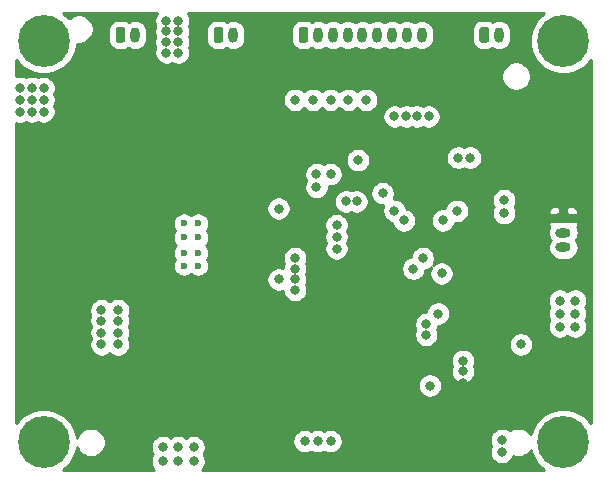
<source format=gbr>
%TF.GenerationSoftware,KiCad,Pcbnew,(5.1.5)-3*%
%TF.CreationDate,2021-03-30T18:15:46+02:00*%
%TF.ProjectId,rpm_meter_arduino,72706d5f-6d65-4746-9572-5f6172647569,rev?*%
%TF.SameCoordinates,Original*%
%TF.FileFunction,Copper,L3,Inr*%
%TF.FilePolarity,Positive*%
%FSLAX46Y46*%
G04 Gerber Fmt 4.6, Leading zero omitted, Abs format (unit mm)*
G04 Created by KiCad (PCBNEW (5.1.5)-3) date 2021-03-30 18:15:46*
%MOMM*%
%LPD*%
G04 APERTURE LIST*
%TA.AperFunction,ViaPad*%
%ADD10C,0.700000*%
%TD*%
%TA.AperFunction,ViaPad*%
%ADD11C,4.400000*%
%TD*%
%TA.AperFunction,ViaPad*%
%ADD12O,0.800000X1.300000*%
%TD*%
%TA.AperFunction,ViaPad*%
%ADD13C,0.100000*%
%TD*%
%TA.AperFunction,ViaPad*%
%ADD14O,1.300000X0.800000*%
%TD*%
%TA.AperFunction,ViaPad*%
%ADD15C,0.600000*%
%TD*%
%TA.AperFunction,ViaPad*%
%ADD16C,0.800000*%
%TD*%
%TA.AperFunction,Conductor*%
%ADD17C,0.254000*%
%TD*%
G04 APERTURE END LIST*
D10*
%TO.N,GND*%
%TO.C,H1*%
X30166726Y-29833274D03*
X29000000Y-29350000D03*
X27833274Y-29833274D03*
X27350000Y-31000000D03*
X27833274Y-32166726D03*
X29000000Y-32650000D03*
X30166726Y-32166726D03*
X30650000Y-31000000D03*
D11*
X29000000Y-31000000D03*
%TD*%
%TO.N,GND*%
%TO.C,H2*%
X29000000Y-65000000D03*
D10*
X30650000Y-65000000D03*
X30166726Y-66166726D03*
X29000000Y-66650000D03*
X27833274Y-66166726D03*
X27350000Y-65000000D03*
X27833274Y-63833274D03*
X29000000Y-63350000D03*
X30166726Y-63833274D03*
%TD*%
%TO.N,GND*%
%TO.C,H3*%
X74166726Y-63833274D03*
X73000000Y-63350000D03*
X71833274Y-63833274D03*
X71350000Y-65000000D03*
X71833274Y-66166726D03*
X73000000Y-66650000D03*
X74166726Y-66166726D03*
X74650000Y-65000000D03*
D11*
X73000000Y-65000000D03*
%TD*%
%TO.N,GND*%
%TO.C,H4*%
X73000000Y-31000000D03*
D10*
X74650000Y-31000000D03*
X74166726Y-32166726D03*
X73000000Y-32650000D03*
X71833274Y-32166726D03*
X71350000Y-31000000D03*
X71833274Y-29833274D03*
X73000000Y-29350000D03*
X74166726Y-29833274D03*
%TD*%
D12*
%TO.N,GND*%
%TO.C,J3*%
X36750000Y-30500000D03*
%TA.AperFunction,ViaPad*%
D13*
%TO.N,+12V*%
G36*
X35719603Y-29850963D02*
G01*
X35739018Y-29853843D01*
X35758057Y-29858612D01*
X35776537Y-29865224D01*
X35794279Y-29873616D01*
X35811114Y-29883706D01*
X35826879Y-29895398D01*
X35841421Y-29908579D01*
X35854602Y-29923121D01*
X35866294Y-29938886D01*
X35876384Y-29955721D01*
X35884776Y-29973463D01*
X35891388Y-29991943D01*
X35896157Y-30010982D01*
X35899037Y-30030397D01*
X35900000Y-30050000D01*
X35900000Y-30950000D01*
X35899037Y-30969603D01*
X35896157Y-30989018D01*
X35891388Y-31008057D01*
X35884776Y-31026537D01*
X35876384Y-31044279D01*
X35866294Y-31061114D01*
X35854602Y-31076879D01*
X35841421Y-31091421D01*
X35826879Y-31104602D01*
X35811114Y-31116294D01*
X35794279Y-31126384D01*
X35776537Y-31134776D01*
X35758057Y-31141388D01*
X35739018Y-31146157D01*
X35719603Y-31149037D01*
X35700000Y-31150000D01*
X35300000Y-31150000D01*
X35280397Y-31149037D01*
X35260982Y-31146157D01*
X35241943Y-31141388D01*
X35223463Y-31134776D01*
X35205721Y-31126384D01*
X35188886Y-31116294D01*
X35173121Y-31104602D01*
X35158579Y-31091421D01*
X35145398Y-31076879D01*
X35133706Y-31061114D01*
X35123616Y-31044279D01*
X35115224Y-31026537D01*
X35108612Y-31008057D01*
X35103843Y-30989018D01*
X35100963Y-30969603D01*
X35100000Y-30950000D01*
X35100000Y-30050000D01*
X35100963Y-30030397D01*
X35103843Y-30010982D01*
X35108612Y-29991943D01*
X35115224Y-29973463D01*
X35123616Y-29955721D01*
X35133706Y-29938886D01*
X35145398Y-29923121D01*
X35158579Y-29908579D01*
X35173121Y-29895398D01*
X35188886Y-29883706D01*
X35205721Y-29873616D01*
X35223463Y-29865224D01*
X35241943Y-29858612D01*
X35260982Y-29853843D01*
X35280397Y-29850963D01*
X35300000Y-29850000D01*
X35700000Y-29850000D01*
X35719603Y-29850963D01*
G37*
%TD.AperFunction*%
%TD*%
%TA.AperFunction,ViaPad*%
%TO.N,RPM_Sense*%
%TO.C,J4*%
G36*
X44019603Y-29850963D02*
G01*
X44039018Y-29853843D01*
X44058057Y-29858612D01*
X44076537Y-29865224D01*
X44094279Y-29873616D01*
X44111114Y-29883706D01*
X44126879Y-29895398D01*
X44141421Y-29908579D01*
X44154602Y-29923121D01*
X44166294Y-29938886D01*
X44176384Y-29955721D01*
X44184776Y-29973463D01*
X44191388Y-29991943D01*
X44196157Y-30010982D01*
X44199037Y-30030397D01*
X44200000Y-30050000D01*
X44200000Y-30950000D01*
X44199037Y-30969603D01*
X44196157Y-30989018D01*
X44191388Y-31008057D01*
X44184776Y-31026537D01*
X44176384Y-31044279D01*
X44166294Y-31061114D01*
X44154602Y-31076879D01*
X44141421Y-31091421D01*
X44126879Y-31104602D01*
X44111114Y-31116294D01*
X44094279Y-31126384D01*
X44076537Y-31134776D01*
X44058057Y-31141388D01*
X44039018Y-31146157D01*
X44019603Y-31149037D01*
X44000000Y-31150000D01*
X43600000Y-31150000D01*
X43580397Y-31149037D01*
X43560982Y-31146157D01*
X43541943Y-31141388D01*
X43523463Y-31134776D01*
X43505721Y-31126384D01*
X43488886Y-31116294D01*
X43473121Y-31104602D01*
X43458579Y-31091421D01*
X43445398Y-31076879D01*
X43433706Y-31061114D01*
X43423616Y-31044279D01*
X43415224Y-31026537D01*
X43408612Y-31008057D01*
X43403843Y-30989018D01*
X43400963Y-30969603D01*
X43400000Y-30950000D01*
X43400000Y-30050000D01*
X43400963Y-30030397D01*
X43403843Y-30010982D01*
X43408612Y-29991943D01*
X43415224Y-29973463D01*
X43423616Y-29955721D01*
X43433706Y-29938886D01*
X43445398Y-29923121D01*
X43458579Y-29908579D01*
X43473121Y-29895398D01*
X43488886Y-29883706D01*
X43505721Y-29873616D01*
X43523463Y-29865224D01*
X43541943Y-29858612D01*
X43560982Y-29853843D01*
X43580397Y-29850963D01*
X43600000Y-29850000D01*
X44000000Y-29850000D01*
X44019603Y-29850963D01*
G37*
%TD.AperFunction*%
D12*
%TO.N,GND*%
X45050000Y-30500000D03*
%TD*%
%TA.AperFunction,ViaPad*%
D13*
%TO.N,+5V*%
%TO.C,J5*%
G36*
X73469603Y-45600963D02*
G01*
X73489018Y-45603843D01*
X73508057Y-45608612D01*
X73526537Y-45615224D01*
X73544279Y-45623616D01*
X73561114Y-45633706D01*
X73576879Y-45645398D01*
X73591421Y-45658579D01*
X73604602Y-45673121D01*
X73616294Y-45688886D01*
X73626384Y-45705721D01*
X73634776Y-45723463D01*
X73641388Y-45741943D01*
X73646157Y-45760982D01*
X73649037Y-45780397D01*
X73650000Y-45800000D01*
X73650000Y-46200000D01*
X73649037Y-46219603D01*
X73646157Y-46239018D01*
X73641388Y-46258057D01*
X73634776Y-46276537D01*
X73626384Y-46294279D01*
X73616294Y-46311114D01*
X73604602Y-46326879D01*
X73591421Y-46341421D01*
X73576879Y-46354602D01*
X73561114Y-46366294D01*
X73544279Y-46376384D01*
X73526537Y-46384776D01*
X73508057Y-46391388D01*
X73489018Y-46396157D01*
X73469603Y-46399037D01*
X73450000Y-46400000D01*
X72550000Y-46400000D01*
X72530397Y-46399037D01*
X72510982Y-46396157D01*
X72491943Y-46391388D01*
X72473463Y-46384776D01*
X72455721Y-46376384D01*
X72438886Y-46366294D01*
X72423121Y-46354602D01*
X72408579Y-46341421D01*
X72395398Y-46326879D01*
X72383706Y-46311114D01*
X72373616Y-46294279D01*
X72365224Y-46276537D01*
X72358612Y-46258057D01*
X72353843Y-46239018D01*
X72350963Y-46219603D01*
X72350000Y-46200000D01*
X72350000Y-45800000D01*
X72350963Y-45780397D01*
X72353843Y-45760982D01*
X72358612Y-45741943D01*
X72365224Y-45723463D01*
X72373616Y-45705721D01*
X72383706Y-45688886D01*
X72395398Y-45673121D01*
X72408579Y-45658579D01*
X72423121Y-45645398D01*
X72438886Y-45633706D01*
X72455721Y-45623616D01*
X72473463Y-45615224D01*
X72491943Y-45608612D01*
X72510982Y-45603843D01*
X72530397Y-45600963D01*
X72550000Y-45600000D01*
X73450000Y-45600000D01*
X73469603Y-45600963D01*
G37*
%TD.AperFunction*%
D14*
%TO.N,RGB_Data*%
X73000000Y-47250000D03*
%TO.N,GND*%
X73000000Y-48500000D03*
%TD*%
%TA.AperFunction,ViaPad*%
D13*
%TO.N,NTC_A*%
%TO.C,J6*%
G36*
X66519603Y-29850963D02*
G01*
X66539018Y-29853843D01*
X66558057Y-29858612D01*
X66576537Y-29865224D01*
X66594279Y-29873616D01*
X66611114Y-29883706D01*
X66626879Y-29895398D01*
X66641421Y-29908579D01*
X66654602Y-29923121D01*
X66666294Y-29938886D01*
X66676384Y-29955721D01*
X66684776Y-29973463D01*
X66691388Y-29991943D01*
X66696157Y-30010982D01*
X66699037Y-30030397D01*
X66700000Y-30050000D01*
X66700000Y-30950000D01*
X66699037Y-30969603D01*
X66696157Y-30989018D01*
X66691388Y-31008057D01*
X66684776Y-31026537D01*
X66676384Y-31044279D01*
X66666294Y-31061114D01*
X66654602Y-31076879D01*
X66641421Y-31091421D01*
X66626879Y-31104602D01*
X66611114Y-31116294D01*
X66594279Y-31126384D01*
X66576537Y-31134776D01*
X66558057Y-31141388D01*
X66539018Y-31146157D01*
X66519603Y-31149037D01*
X66500000Y-31150000D01*
X66100000Y-31150000D01*
X66080397Y-31149037D01*
X66060982Y-31146157D01*
X66041943Y-31141388D01*
X66023463Y-31134776D01*
X66005721Y-31126384D01*
X65988886Y-31116294D01*
X65973121Y-31104602D01*
X65958579Y-31091421D01*
X65945398Y-31076879D01*
X65933706Y-31061114D01*
X65923616Y-31044279D01*
X65915224Y-31026537D01*
X65908612Y-31008057D01*
X65903843Y-30989018D01*
X65900963Y-30969603D01*
X65900000Y-30950000D01*
X65900000Y-30050000D01*
X65900963Y-30030397D01*
X65903843Y-30010982D01*
X65908612Y-29991943D01*
X65915224Y-29973463D01*
X65923616Y-29955721D01*
X65933706Y-29938886D01*
X65945398Y-29923121D01*
X65958579Y-29908579D01*
X65973121Y-29895398D01*
X65988886Y-29883706D01*
X66005721Y-29873616D01*
X66023463Y-29865224D01*
X66041943Y-29858612D01*
X66060982Y-29853843D01*
X66080397Y-29850963D01*
X66100000Y-29850000D01*
X66500000Y-29850000D01*
X66519603Y-29850963D01*
G37*
%TD.AperFunction*%
D12*
%TO.N,GND*%
X67550000Y-30500000D03*
%TD*%
%TA.AperFunction,ViaPad*%
D13*
%TO.N,Net-(J7-Pad1)*%
%TO.C,J7*%
G36*
X51219603Y-29850963D02*
G01*
X51239018Y-29853843D01*
X51258057Y-29858612D01*
X51276537Y-29865224D01*
X51294279Y-29873616D01*
X51311114Y-29883706D01*
X51326879Y-29895398D01*
X51341421Y-29908579D01*
X51354602Y-29923121D01*
X51366294Y-29938886D01*
X51376384Y-29955721D01*
X51384776Y-29973463D01*
X51391388Y-29991943D01*
X51396157Y-30010982D01*
X51399037Y-30030397D01*
X51400000Y-30050000D01*
X51400000Y-30950000D01*
X51399037Y-30969603D01*
X51396157Y-30989018D01*
X51391388Y-31008057D01*
X51384776Y-31026537D01*
X51376384Y-31044279D01*
X51366294Y-31061114D01*
X51354602Y-31076879D01*
X51341421Y-31091421D01*
X51326879Y-31104602D01*
X51311114Y-31116294D01*
X51294279Y-31126384D01*
X51276537Y-31134776D01*
X51258057Y-31141388D01*
X51239018Y-31146157D01*
X51219603Y-31149037D01*
X51200000Y-31150000D01*
X50800000Y-31150000D01*
X50780397Y-31149037D01*
X50760982Y-31146157D01*
X50741943Y-31141388D01*
X50723463Y-31134776D01*
X50705721Y-31126384D01*
X50688886Y-31116294D01*
X50673121Y-31104602D01*
X50658579Y-31091421D01*
X50645398Y-31076879D01*
X50633706Y-31061114D01*
X50623616Y-31044279D01*
X50615224Y-31026537D01*
X50608612Y-31008057D01*
X50603843Y-30989018D01*
X50600963Y-30969603D01*
X50600000Y-30950000D01*
X50600000Y-30050000D01*
X50600963Y-30030397D01*
X50603843Y-30010982D01*
X50608612Y-29991943D01*
X50615224Y-29973463D01*
X50623616Y-29955721D01*
X50633706Y-29938886D01*
X50645398Y-29923121D01*
X50658579Y-29908579D01*
X50673121Y-29895398D01*
X50688886Y-29883706D01*
X50705721Y-29873616D01*
X50723463Y-29865224D01*
X50741943Y-29858612D01*
X50760982Y-29853843D01*
X50780397Y-29850963D01*
X50800000Y-29850000D01*
X51200000Y-29850000D01*
X51219603Y-29850963D01*
G37*
%TD.AperFunction*%
D12*
%TO.N,Net-(J7-Pad2)*%
X52250000Y-30500000D03*
%TO.N,Net-(J7-Pad3)*%
X53500000Y-30500000D03*
%TO.N,Net-(J7-Pad4)*%
X54750000Y-30500000D03*
%TO.N,Net-(J7-Pad5)*%
X56000000Y-30500000D03*
%TO.N,Net-(J7-Pad6)*%
X57250000Y-30500000D03*
%TO.N,Net-(J7-Pad7)*%
X58500000Y-30500000D03*
%TO.N,Net-(J7-Pad8)*%
X59750000Y-30500000D03*
%TO.N,GND*%
X61000000Y-30500000D03*
%TD*%
D15*
%TO.N,GND*%
%TO.C,U2*%
X40888000Y-46454000D03*
X40888000Y-47654000D03*
X42088000Y-47654000D03*
X42088000Y-46454000D03*
X40888000Y-50054000D03*
X40888000Y-48954000D03*
X42088000Y-48954000D03*
X42088000Y-50054000D03*
%TD*%
D16*
%TO.N,+5V*%
X63300000Y-47600000D03*
X64200000Y-47600000D03*
X64100000Y-39200000D03*
X65100000Y-39200000D03*
X37000000Y-65000000D03*
X36000000Y-65000000D03*
X36000000Y-66000000D03*
X37000000Y-66000000D03*
X27000000Y-49000000D03*
X28000000Y-49000000D03*
X27000000Y-50000000D03*
X28000000Y-50000000D03*
X27000000Y-51000000D03*
X28000000Y-51000000D03*
X27000000Y-48000000D03*
X28000000Y-48000000D03*
X73700000Y-57400000D03*
X73700000Y-58400000D03*
X64500000Y-61000000D03*
X64500000Y-60000000D03*
X31600000Y-62100000D03*
X63300000Y-48600000D03*
X64200000Y-48600000D03*
X73000000Y-41000000D03*
X73000000Y-42000000D03*
X73000000Y-43000000D03*
%TO.N,RPM*%
X55600000Y-41100000D03*
X57700000Y-43900000D03*
%TO.N,BUTTON_1*%
X58700000Y-45400000D03*
X61700000Y-60200000D03*
%TO.N,BUTTON_2*%
X59500000Y-46200000D03*
X69400000Y-56700000D03*
%TO.N,RGB_Data*%
X62400000Y-54100000D03*
%TO.N,LED0*%
X50300000Y-36000000D03*
X60300000Y-50300000D03*
%TO.N,LED1*%
X51800000Y-36000000D03*
X61100000Y-49400000D03*
%TO.N,LED2*%
X53300000Y-36000000D03*
X62700000Y-50700000D03*
%TO.N,LED3*%
X62800000Y-46200000D03*
X54800000Y-36000000D03*
%TO.N,LED4*%
X64000000Y-45400000D03*
X56300000Y-36000000D03*
%TO.N,GND*%
X39400000Y-29300000D03*
X39400000Y-30200000D03*
X39400000Y-31100000D03*
X40400000Y-29300000D03*
X40400000Y-30200000D03*
X40400000Y-31100000D03*
X39400000Y-32000000D03*
X40400000Y-32000000D03*
X74000000Y-53000000D03*
X72700000Y-53000000D03*
X72700000Y-54100000D03*
X74000000Y-54100000D03*
X74000000Y-55200000D03*
X72700000Y-55200000D03*
X53800000Y-47600000D03*
X53800000Y-46600000D03*
X52100000Y-42300000D03*
X52100000Y-43400000D03*
X53300000Y-42300000D03*
X55500000Y-44600000D03*
X54600000Y-44600000D03*
X58700000Y-37400000D03*
X59700000Y-37400000D03*
X60600000Y-37400000D03*
X61600000Y-37400000D03*
X64100000Y-40900000D03*
X65100000Y-40900000D03*
X27000000Y-37000000D03*
X28000000Y-37000000D03*
X28000000Y-36000000D03*
X27000000Y-36000000D03*
X27000000Y-35000000D03*
X28000000Y-35000000D03*
X29000000Y-35000000D03*
X29000000Y-36000000D03*
X29000000Y-37000000D03*
X61400000Y-55000000D03*
X61400000Y-55900000D03*
X64500000Y-59000000D03*
X64500000Y-58100000D03*
X52200000Y-64900000D03*
X51100000Y-64900000D03*
X53300000Y-64900000D03*
X41700000Y-65400000D03*
X39100000Y-65400000D03*
X40400000Y-65400000D03*
X41700000Y-66600000D03*
X40400000Y-66600000D03*
X39100000Y-66600000D03*
X33900000Y-56700000D03*
X33900000Y-55700000D03*
X33900000Y-54700000D03*
X33900000Y-53800000D03*
X50300000Y-49400000D03*
X50300000Y-50300000D03*
X50300000Y-51200000D03*
X50300000Y-52100000D03*
X67800000Y-65800000D03*
X67800000Y-64800000D03*
X53800000Y-48600000D03*
X68000000Y-44500000D03*
X68000000Y-45600000D03*
X35300000Y-53800000D03*
X35300000Y-54700000D03*
X35300000Y-55700000D03*
X35300000Y-56700000D03*
%TO.N,Net-(C6-Pad1)*%
X48900000Y-51200000D03*
X48900000Y-45200000D03*
%TD*%
D17*
%TO.N,+5V*%
G36*
X38482795Y-28809744D02*
G01*
X38404774Y-28998102D01*
X38365000Y-29198061D01*
X38365000Y-29401939D01*
X38404774Y-29601898D01*
X38466120Y-29750000D01*
X38404774Y-29898102D01*
X38365000Y-30098061D01*
X38365000Y-30301939D01*
X38404774Y-30501898D01*
X38466120Y-30650000D01*
X38404774Y-30798102D01*
X38365000Y-30998061D01*
X38365000Y-31201939D01*
X38404774Y-31401898D01*
X38466120Y-31550000D01*
X38404774Y-31698102D01*
X38365000Y-31898061D01*
X38365000Y-32101939D01*
X38404774Y-32301898D01*
X38482795Y-32490256D01*
X38596063Y-32659774D01*
X38740226Y-32803937D01*
X38909744Y-32917205D01*
X39098102Y-32995226D01*
X39298061Y-33035000D01*
X39501939Y-33035000D01*
X39701898Y-32995226D01*
X39890256Y-32917205D01*
X39900000Y-32910694D01*
X39909744Y-32917205D01*
X40098102Y-32995226D01*
X40298061Y-33035000D01*
X40501939Y-33035000D01*
X40701898Y-32995226D01*
X40890256Y-32917205D01*
X41059774Y-32803937D01*
X41203937Y-32659774D01*
X41317205Y-32490256D01*
X41395226Y-32301898D01*
X41435000Y-32101939D01*
X41435000Y-31898061D01*
X41395226Y-31698102D01*
X41333880Y-31550000D01*
X41395226Y-31401898D01*
X41435000Y-31201939D01*
X41435000Y-30998061D01*
X41395226Y-30798102D01*
X41333880Y-30650000D01*
X41395226Y-30501898D01*
X41435000Y-30301939D01*
X41435000Y-30098061D01*
X41425441Y-30050000D01*
X42761928Y-30050000D01*
X42761928Y-30950000D01*
X42778031Y-31113500D01*
X42825722Y-31270716D01*
X42903169Y-31415608D01*
X43007394Y-31542606D01*
X43134392Y-31646831D01*
X43279284Y-31724278D01*
X43436500Y-31771969D01*
X43600000Y-31788072D01*
X44000000Y-31788072D01*
X44163500Y-31771969D01*
X44320716Y-31724278D01*
X44465608Y-31646831D01*
X44491894Y-31625259D01*
X44652008Y-31710841D01*
X44847106Y-31770024D01*
X45050000Y-31790007D01*
X45252895Y-31770024D01*
X45447993Y-31710841D01*
X45627797Y-31614734D01*
X45785396Y-31485396D01*
X45914734Y-31327797D01*
X46010841Y-31147992D01*
X46070024Y-30952894D01*
X46085000Y-30800837D01*
X46085000Y-30199162D01*
X46070310Y-30050000D01*
X49961928Y-30050000D01*
X49961928Y-30950000D01*
X49978031Y-31113500D01*
X50025722Y-31270716D01*
X50103169Y-31415608D01*
X50207394Y-31542606D01*
X50334392Y-31646831D01*
X50479284Y-31724278D01*
X50636500Y-31771969D01*
X50800000Y-31788072D01*
X51200000Y-31788072D01*
X51363500Y-31771969D01*
X51520716Y-31724278D01*
X51665608Y-31646831D01*
X51691894Y-31625259D01*
X51852008Y-31710841D01*
X52047106Y-31770024D01*
X52250000Y-31790007D01*
X52452895Y-31770024D01*
X52647993Y-31710841D01*
X52827797Y-31614734D01*
X52875001Y-31575995D01*
X52922204Y-31614734D01*
X53102008Y-31710841D01*
X53297106Y-31770024D01*
X53500000Y-31790007D01*
X53702895Y-31770024D01*
X53897993Y-31710841D01*
X54077797Y-31614734D01*
X54125001Y-31575995D01*
X54172204Y-31614734D01*
X54352008Y-31710841D01*
X54547106Y-31770024D01*
X54750000Y-31790007D01*
X54952895Y-31770024D01*
X55147993Y-31710841D01*
X55327797Y-31614734D01*
X55375001Y-31575995D01*
X55422204Y-31614734D01*
X55602008Y-31710841D01*
X55797106Y-31770024D01*
X56000000Y-31790007D01*
X56202895Y-31770024D01*
X56397993Y-31710841D01*
X56577797Y-31614734D01*
X56625001Y-31575995D01*
X56672204Y-31614734D01*
X56852008Y-31710841D01*
X57047106Y-31770024D01*
X57250000Y-31790007D01*
X57452895Y-31770024D01*
X57647993Y-31710841D01*
X57827797Y-31614734D01*
X57875001Y-31575995D01*
X57922204Y-31614734D01*
X58102008Y-31710841D01*
X58297106Y-31770024D01*
X58500000Y-31790007D01*
X58702895Y-31770024D01*
X58897993Y-31710841D01*
X59077797Y-31614734D01*
X59125001Y-31575995D01*
X59172204Y-31614734D01*
X59352008Y-31710841D01*
X59547106Y-31770024D01*
X59750000Y-31790007D01*
X59952895Y-31770024D01*
X60147993Y-31710841D01*
X60327797Y-31614734D01*
X60375001Y-31575995D01*
X60422204Y-31614734D01*
X60602008Y-31710841D01*
X60797106Y-31770024D01*
X61000000Y-31790007D01*
X61202895Y-31770024D01*
X61397993Y-31710841D01*
X61577797Y-31614734D01*
X61735396Y-31485396D01*
X61864734Y-31327797D01*
X61960841Y-31147992D01*
X62020024Y-30952894D01*
X62035000Y-30800837D01*
X62035000Y-30199162D01*
X62020310Y-30050000D01*
X65261928Y-30050000D01*
X65261928Y-30950000D01*
X65278031Y-31113500D01*
X65325722Y-31270716D01*
X65403169Y-31415608D01*
X65507394Y-31542606D01*
X65634392Y-31646831D01*
X65779284Y-31724278D01*
X65936500Y-31771969D01*
X66100000Y-31788072D01*
X66500000Y-31788072D01*
X66663500Y-31771969D01*
X66820716Y-31724278D01*
X66965608Y-31646831D01*
X66991894Y-31625259D01*
X67152008Y-31710841D01*
X67347106Y-31770024D01*
X67550000Y-31790007D01*
X67752895Y-31770024D01*
X67947993Y-31710841D01*
X68127797Y-31614734D01*
X68285396Y-31485396D01*
X68414734Y-31327797D01*
X68510841Y-31147992D01*
X68570024Y-30952894D01*
X68585000Y-30800837D01*
X68585000Y-30199162D01*
X68570024Y-30047105D01*
X68510841Y-29852007D01*
X68414734Y-29672203D01*
X68285396Y-29514604D01*
X68127797Y-29385266D01*
X67947992Y-29289159D01*
X67752894Y-29229976D01*
X67550000Y-29209993D01*
X67347105Y-29229976D01*
X67152007Y-29289159D01*
X66991894Y-29374741D01*
X66965608Y-29353169D01*
X66820716Y-29275722D01*
X66663500Y-29228031D01*
X66500000Y-29211928D01*
X66100000Y-29211928D01*
X65936500Y-29228031D01*
X65779284Y-29275722D01*
X65634392Y-29353169D01*
X65507394Y-29457394D01*
X65403169Y-29584392D01*
X65325722Y-29729284D01*
X65278031Y-29886500D01*
X65261928Y-30050000D01*
X62020310Y-30050000D01*
X62020024Y-30047105D01*
X61960841Y-29852007D01*
X61864734Y-29672203D01*
X61735396Y-29514604D01*
X61577797Y-29385266D01*
X61397992Y-29289159D01*
X61202894Y-29229976D01*
X61000000Y-29209993D01*
X60797105Y-29229976D01*
X60602007Y-29289159D01*
X60422203Y-29385266D01*
X60375000Y-29424004D01*
X60327797Y-29385266D01*
X60147992Y-29289159D01*
X59952894Y-29229976D01*
X59750000Y-29209993D01*
X59547105Y-29229976D01*
X59352007Y-29289159D01*
X59172203Y-29385266D01*
X59125000Y-29424004D01*
X59077797Y-29385266D01*
X58897992Y-29289159D01*
X58702894Y-29229976D01*
X58500000Y-29209993D01*
X58297105Y-29229976D01*
X58102007Y-29289159D01*
X57922203Y-29385266D01*
X57875000Y-29424004D01*
X57827797Y-29385266D01*
X57647992Y-29289159D01*
X57452894Y-29229976D01*
X57250000Y-29209993D01*
X57047105Y-29229976D01*
X56852007Y-29289159D01*
X56672203Y-29385266D01*
X56625000Y-29424004D01*
X56577797Y-29385266D01*
X56397992Y-29289159D01*
X56202894Y-29229976D01*
X56000000Y-29209993D01*
X55797105Y-29229976D01*
X55602007Y-29289159D01*
X55422203Y-29385266D01*
X55375000Y-29424004D01*
X55327797Y-29385266D01*
X55147992Y-29289159D01*
X54952894Y-29229976D01*
X54750000Y-29209993D01*
X54547105Y-29229976D01*
X54352007Y-29289159D01*
X54172203Y-29385266D01*
X54125000Y-29424004D01*
X54077797Y-29385266D01*
X53897992Y-29289159D01*
X53702894Y-29229976D01*
X53500000Y-29209993D01*
X53297105Y-29229976D01*
X53102007Y-29289159D01*
X52922203Y-29385266D01*
X52875000Y-29424004D01*
X52827797Y-29385266D01*
X52647992Y-29289159D01*
X52452894Y-29229976D01*
X52250000Y-29209993D01*
X52047105Y-29229976D01*
X51852007Y-29289159D01*
X51691894Y-29374741D01*
X51665608Y-29353169D01*
X51520716Y-29275722D01*
X51363500Y-29228031D01*
X51200000Y-29211928D01*
X50800000Y-29211928D01*
X50636500Y-29228031D01*
X50479284Y-29275722D01*
X50334392Y-29353169D01*
X50207394Y-29457394D01*
X50103169Y-29584392D01*
X50025722Y-29729284D01*
X49978031Y-29886500D01*
X49961928Y-30050000D01*
X46070310Y-30050000D01*
X46070024Y-30047105D01*
X46010841Y-29852007D01*
X45914734Y-29672203D01*
X45785396Y-29514604D01*
X45627797Y-29385266D01*
X45447992Y-29289159D01*
X45252894Y-29229976D01*
X45050000Y-29209993D01*
X44847105Y-29229976D01*
X44652007Y-29289159D01*
X44491894Y-29374741D01*
X44465608Y-29353169D01*
X44320716Y-29275722D01*
X44163500Y-29228031D01*
X44000000Y-29211928D01*
X43600000Y-29211928D01*
X43436500Y-29228031D01*
X43279284Y-29275722D01*
X43134392Y-29353169D01*
X43007394Y-29457394D01*
X42903169Y-29584392D01*
X42825722Y-29729284D01*
X42778031Y-29886500D01*
X42761928Y-30050000D01*
X41425441Y-30050000D01*
X41395226Y-29898102D01*
X41333880Y-29750000D01*
X41395226Y-29601898D01*
X41435000Y-29401939D01*
X41435000Y-29198061D01*
X41395226Y-28998102D01*
X41317205Y-28809744D01*
X41217150Y-28660000D01*
X71399193Y-28660000D01*
X71192793Y-28797912D01*
X70797912Y-29192793D01*
X70487656Y-29657124D01*
X70273948Y-30173061D01*
X70165000Y-30720777D01*
X70165000Y-31279223D01*
X70273948Y-31826939D01*
X70487656Y-32342876D01*
X70797912Y-32807207D01*
X71192793Y-33202088D01*
X71657124Y-33512344D01*
X72173061Y-33726052D01*
X72720777Y-33835000D01*
X73279223Y-33835000D01*
X73826939Y-33726052D01*
X74342876Y-33512344D01*
X74807207Y-33202088D01*
X75202088Y-32807207D01*
X75340000Y-32600807D01*
X75340001Y-63399194D01*
X75202088Y-63192793D01*
X74807207Y-62797912D01*
X74342876Y-62487656D01*
X73826939Y-62273948D01*
X73279223Y-62165000D01*
X72720777Y-62165000D01*
X72173061Y-62273948D01*
X71657124Y-62487656D01*
X71192793Y-62797912D01*
X70797912Y-63192793D01*
X70487656Y-63657124D01*
X70273948Y-64173061D01*
X70245689Y-64315130D01*
X70170901Y-64203202D01*
X69996798Y-64029099D01*
X69792074Y-63892307D01*
X69564598Y-63798083D01*
X69323110Y-63750048D01*
X69076890Y-63750048D01*
X68835402Y-63798083D01*
X68607926Y-63892307D01*
X68456209Y-63993681D01*
X68290256Y-63882795D01*
X68101898Y-63804774D01*
X67901939Y-63765000D01*
X67698061Y-63765000D01*
X67498102Y-63804774D01*
X67309744Y-63882795D01*
X67140226Y-63996063D01*
X66996063Y-64140226D01*
X66882795Y-64309744D01*
X66804774Y-64498102D01*
X66765000Y-64698061D01*
X66765000Y-64901939D01*
X66804774Y-65101898D01*
X66882795Y-65290256D01*
X66889306Y-65300000D01*
X66882795Y-65309744D01*
X66804774Y-65498102D01*
X66765000Y-65698061D01*
X66765000Y-65901939D01*
X66804774Y-66101898D01*
X66882795Y-66290256D01*
X66996063Y-66459774D01*
X67140226Y-66603937D01*
X67309744Y-66717205D01*
X67498102Y-66795226D01*
X67698061Y-66835000D01*
X67901939Y-66835000D01*
X68101898Y-66795226D01*
X68290256Y-66717205D01*
X68459774Y-66603937D01*
X68603937Y-66459774D01*
X68717205Y-66290256D01*
X68765747Y-66173065D01*
X68835402Y-66201917D01*
X69076890Y-66249952D01*
X69323110Y-66249952D01*
X69564598Y-66201917D01*
X69792074Y-66107693D01*
X69996798Y-65970901D01*
X70170901Y-65796798D01*
X70245689Y-65684870D01*
X70273948Y-65826939D01*
X70487656Y-66342876D01*
X70797912Y-66807207D01*
X71192793Y-67202088D01*
X71399193Y-67340000D01*
X42423711Y-67340000D01*
X42503937Y-67259774D01*
X42617205Y-67090256D01*
X42695226Y-66901898D01*
X42735000Y-66701939D01*
X42735000Y-66498061D01*
X42695226Y-66298102D01*
X42617205Y-66109744D01*
X42543877Y-66000000D01*
X42617205Y-65890256D01*
X42695226Y-65701898D01*
X42735000Y-65501939D01*
X42735000Y-65298061D01*
X42695226Y-65098102D01*
X42617205Y-64909744D01*
X42542582Y-64798061D01*
X50065000Y-64798061D01*
X50065000Y-65001939D01*
X50104774Y-65201898D01*
X50182795Y-65390256D01*
X50296063Y-65559774D01*
X50440226Y-65703937D01*
X50609744Y-65817205D01*
X50798102Y-65895226D01*
X50998061Y-65935000D01*
X51201939Y-65935000D01*
X51401898Y-65895226D01*
X51590256Y-65817205D01*
X51650000Y-65777285D01*
X51709744Y-65817205D01*
X51898102Y-65895226D01*
X52098061Y-65935000D01*
X52301939Y-65935000D01*
X52501898Y-65895226D01*
X52690256Y-65817205D01*
X52750000Y-65777285D01*
X52809744Y-65817205D01*
X52998102Y-65895226D01*
X53198061Y-65935000D01*
X53401939Y-65935000D01*
X53601898Y-65895226D01*
X53790256Y-65817205D01*
X53959774Y-65703937D01*
X54103937Y-65559774D01*
X54217205Y-65390256D01*
X54295226Y-65201898D01*
X54335000Y-65001939D01*
X54335000Y-64798061D01*
X54295226Y-64598102D01*
X54217205Y-64409744D01*
X54103937Y-64240226D01*
X53959774Y-64096063D01*
X53790256Y-63982795D01*
X53601898Y-63904774D01*
X53401939Y-63865000D01*
X53198061Y-63865000D01*
X52998102Y-63904774D01*
X52809744Y-63982795D01*
X52750000Y-64022715D01*
X52690256Y-63982795D01*
X52501898Y-63904774D01*
X52301939Y-63865000D01*
X52098061Y-63865000D01*
X51898102Y-63904774D01*
X51709744Y-63982795D01*
X51650000Y-64022715D01*
X51590256Y-63982795D01*
X51401898Y-63904774D01*
X51201939Y-63865000D01*
X50998061Y-63865000D01*
X50798102Y-63904774D01*
X50609744Y-63982795D01*
X50440226Y-64096063D01*
X50296063Y-64240226D01*
X50182795Y-64409744D01*
X50104774Y-64598102D01*
X50065000Y-64798061D01*
X42542582Y-64798061D01*
X42503937Y-64740226D01*
X42359774Y-64596063D01*
X42190256Y-64482795D01*
X42001898Y-64404774D01*
X41801939Y-64365000D01*
X41598061Y-64365000D01*
X41398102Y-64404774D01*
X41209744Y-64482795D01*
X41050000Y-64589532D01*
X40890256Y-64482795D01*
X40701898Y-64404774D01*
X40501939Y-64365000D01*
X40298061Y-64365000D01*
X40098102Y-64404774D01*
X39909744Y-64482795D01*
X39750000Y-64589532D01*
X39590256Y-64482795D01*
X39401898Y-64404774D01*
X39201939Y-64365000D01*
X38998061Y-64365000D01*
X38798102Y-64404774D01*
X38609744Y-64482795D01*
X38440226Y-64596063D01*
X38296063Y-64740226D01*
X38182795Y-64909744D01*
X38104774Y-65098102D01*
X38065000Y-65298061D01*
X38065000Y-65501939D01*
X38104774Y-65701898D01*
X38182795Y-65890256D01*
X38256123Y-66000000D01*
X38182795Y-66109744D01*
X38104774Y-66298102D01*
X38065000Y-66498061D01*
X38065000Y-66701939D01*
X38104774Y-66901898D01*
X38182795Y-67090256D01*
X38296063Y-67259774D01*
X38376289Y-67340000D01*
X30600807Y-67340000D01*
X30807207Y-67202088D01*
X31202088Y-66807207D01*
X31512344Y-66342876D01*
X31726052Y-65826939D01*
X31811550Y-65397111D01*
X31892307Y-65592074D01*
X32029099Y-65796798D01*
X32203202Y-65970901D01*
X32407926Y-66107693D01*
X32635402Y-66201917D01*
X32876890Y-66249952D01*
X33123110Y-66249952D01*
X33364598Y-66201917D01*
X33592074Y-66107693D01*
X33796798Y-65970901D01*
X33970901Y-65796798D01*
X34107693Y-65592074D01*
X34201917Y-65364598D01*
X34249952Y-65123110D01*
X34249952Y-64876890D01*
X34201917Y-64635402D01*
X34107693Y-64407926D01*
X33970901Y-64203202D01*
X33796798Y-64029099D01*
X33592074Y-63892307D01*
X33364598Y-63798083D01*
X33123110Y-63750048D01*
X32876890Y-63750048D01*
X32635402Y-63798083D01*
X32407926Y-63892307D01*
X32203202Y-64029099D01*
X32029099Y-64203202D01*
X31892307Y-64407926D01*
X31811550Y-64602889D01*
X31726052Y-64173061D01*
X31512344Y-63657124D01*
X31202088Y-63192793D01*
X30807207Y-62797912D01*
X30342876Y-62487656D01*
X29826939Y-62273948D01*
X29279223Y-62165000D01*
X28720777Y-62165000D01*
X28173061Y-62273948D01*
X27657124Y-62487656D01*
X27192793Y-62797912D01*
X26797912Y-63192793D01*
X26660000Y-63399193D01*
X26660000Y-60098061D01*
X60665000Y-60098061D01*
X60665000Y-60301939D01*
X60704774Y-60501898D01*
X60782795Y-60690256D01*
X60896063Y-60859774D01*
X61040226Y-61003937D01*
X61209744Y-61117205D01*
X61398102Y-61195226D01*
X61598061Y-61235000D01*
X61801939Y-61235000D01*
X62001898Y-61195226D01*
X62190256Y-61117205D01*
X62359774Y-61003937D01*
X62503937Y-60859774D01*
X62617205Y-60690256D01*
X62695226Y-60501898D01*
X62735000Y-60301939D01*
X62735000Y-60098061D01*
X62695226Y-59898102D01*
X62617205Y-59709744D01*
X62503937Y-59540226D01*
X62359774Y-59396063D01*
X62190256Y-59282795D01*
X62001898Y-59204774D01*
X61801939Y-59165000D01*
X61598061Y-59165000D01*
X61398102Y-59204774D01*
X61209744Y-59282795D01*
X61040226Y-59396063D01*
X60896063Y-59540226D01*
X60782795Y-59709744D01*
X60704774Y-59898102D01*
X60665000Y-60098061D01*
X26660000Y-60098061D01*
X26660000Y-57998061D01*
X63465000Y-57998061D01*
X63465000Y-58201939D01*
X63504774Y-58401898D01*
X63566120Y-58550000D01*
X63504774Y-58698102D01*
X63465000Y-58898061D01*
X63465000Y-59101939D01*
X63504774Y-59301898D01*
X63582795Y-59490256D01*
X63696063Y-59659774D01*
X63840226Y-59803937D01*
X64009744Y-59917205D01*
X64198102Y-59995226D01*
X64398061Y-60035000D01*
X64601939Y-60035000D01*
X64801898Y-59995226D01*
X64990256Y-59917205D01*
X65159774Y-59803937D01*
X65303937Y-59659774D01*
X65417205Y-59490256D01*
X65495226Y-59301898D01*
X65535000Y-59101939D01*
X65535000Y-58898061D01*
X65495226Y-58698102D01*
X65433880Y-58550000D01*
X65495226Y-58401898D01*
X65535000Y-58201939D01*
X65535000Y-57998061D01*
X65495226Y-57798102D01*
X65417205Y-57609744D01*
X65303937Y-57440226D01*
X65159774Y-57296063D01*
X64990256Y-57182795D01*
X64801898Y-57104774D01*
X64601939Y-57065000D01*
X64398061Y-57065000D01*
X64198102Y-57104774D01*
X64009744Y-57182795D01*
X63840226Y-57296063D01*
X63696063Y-57440226D01*
X63582795Y-57609744D01*
X63504774Y-57798102D01*
X63465000Y-57998061D01*
X26660000Y-57998061D01*
X26660000Y-53698061D01*
X32865000Y-53698061D01*
X32865000Y-53901939D01*
X32904774Y-54101898D01*
X32966120Y-54250000D01*
X32904774Y-54398102D01*
X32865000Y-54598061D01*
X32865000Y-54801939D01*
X32904774Y-55001898D01*
X32982795Y-55190256D01*
X32989306Y-55200000D01*
X32982795Y-55209744D01*
X32904774Y-55398102D01*
X32865000Y-55598061D01*
X32865000Y-55801939D01*
X32904774Y-56001898D01*
X32982795Y-56190256D01*
X32989306Y-56200000D01*
X32982795Y-56209744D01*
X32904774Y-56398102D01*
X32865000Y-56598061D01*
X32865000Y-56801939D01*
X32904774Y-57001898D01*
X32982795Y-57190256D01*
X33096063Y-57359774D01*
X33240226Y-57503937D01*
X33409744Y-57617205D01*
X33598102Y-57695226D01*
X33798061Y-57735000D01*
X34001939Y-57735000D01*
X34201898Y-57695226D01*
X34390256Y-57617205D01*
X34559774Y-57503937D01*
X34600000Y-57463711D01*
X34640226Y-57503937D01*
X34809744Y-57617205D01*
X34998102Y-57695226D01*
X35198061Y-57735000D01*
X35401939Y-57735000D01*
X35601898Y-57695226D01*
X35790256Y-57617205D01*
X35959774Y-57503937D01*
X36103937Y-57359774D01*
X36217205Y-57190256D01*
X36295226Y-57001898D01*
X36335000Y-56801939D01*
X36335000Y-56598061D01*
X36295226Y-56398102D01*
X36217205Y-56209744D01*
X36210694Y-56200000D01*
X36217205Y-56190256D01*
X36295226Y-56001898D01*
X36335000Y-55801939D01*
X36335000Y-55598061D01*
X36295226Y-55398102D01*
X36217205Y-55209744D01*
X36210694Y-55200000D01*
X36217205Y-55190256D01*
X36295226Y-55001898D01*
X36315880Y-54898061D01*
X60365000Y-54898061D01*
X60365000Y-55101939D01*
X60404774Y-55301898D01*
X60466120Y-55450000D01*
X60404774Y-55598102D01*
X60365000Y-55798061D01*
X60365000Y-56001939D01*
X60404774Y-56201898D01*
X60482795Y-56390256D01*
X60596063Y-56559774D01*
X60740226Y-56703937D01*
X60909744Y-56817205D01*
X61098102Y-56895226D01*
X61298061Y-56935000D01*
X61501939Y-56935000D01*
X61701898Y-56895226D01*
X61890256Y-56817205D01*
X62059774Y-56703937D01*
X62165650Y-56598061D01*
X68365000Y-56598061D01*
X68365000Y-56801939D01*
X68404774Y-57001898D01*
X68482795Y-57190256D01*
X68596063Y-57359774D01*
X68740226Y-57503937D01*
X68909744Y-57617205D01*
X69098102Y-57695226D01*
X69298061Y-57735000D01*
X69501939Y-57735000D01*
X69701898Y-57695226D01*
X69890256Y-57617205D01*
X70059774Y-57503937D01*
X70203937Y-57359774D01*
X70317205Y-57190256D01*
X70395226Y-57001898D01*
X70435000Y-56801939D01*
X70435000Y-56598061D01*
X70395226Y-56398102D01*
X70317205Y-56209744D01*
X70203937Y-56040226D01*
X70059774Y-55896063D01*
X69890256Y-55782795D01*
X69701898Y-55704774D01*
X69501939Y-55665000D01*
X69298061Y-55665000D01*
X69098102Y-55704774D01*
X68909744Y-55782795D01*
X68740226Y-55896063D01*
X68596063Y-56040226D01*
X68482795Y-56209744D01*
X68404774Y-56398102D01*
X68365000Y-56598061D01*
X62165650Y-56598061D01*
X62203937Y-56559774D01*
X62317205Y-56390256D01*
X62395226Y-56201898D01*
X62435000Y-56001939D01*
X62435000Y-55798061D01*
X62395226Y-55598102D01*
X62333880Y-55450000D01*
X62395226Y-55301898D01*
X62428424Y-55135000D01*
X62501939Y-55135000D01*
X62701898Y-55095226D01*
X62890256Y-55017205D01*
X63059774Y-54903937D01*
X63203937Y-54759774D01*
X63317205Y-54590256D01*
X63395226Y-54401898D01*
X63435000Y-54201939D01*
X63435000Y-53998061D01*
X63395226Y-53798102D01*
X63317205Y-53609744D01*
X63203937Y-53440226D01*
X63059774Y-53296063D01*
X62890256Y-53182795D01*
X62701898Y-53104774D01*
X62501939Y-53065000D01*
X62298061Y-53065000D01*
X62098102Y-53104774D01*
X61909744Y-53182795D01*
X61740226Y-53296063D01*
X61596063Y-53440226D01*
X61482795Y-53609744D01*
X61404774Y-53798102D01*
X61371576Y-53965000D01*
X61298061Y-53965000D01*
X61098102Y-54004774D01*
X60909744Y-54082795D01*
X60740226Y-54196063D01*
X60596063Y-54340226D01*
X60482795Y-54509744D01*
X60404774Y-54698102D01*
X60365000Y-54898061D01*
X36315880Y-54898061D01*
X36335000Y-54801939D01*
X36335000Y-54598061D01*
X36295226Y-54398102D01*
X36233880Y-54250000D01*
X36295226Y-54101898D01*
X36335000Y-53901939D01*
X36335000Y-53698061D01*
X36295226Y-53498102D01*
X36217205Y-53309744D01*
X36103937Y-53140226D01*
X35959774Y-52996063D01*
X35790256Y-52882795D01*
X35601898Y-52804774D01*
X35401939Y-52765000D01*
X35198061Y-52765000D01*
X34998102Y-52804774D01*
X34809744Y-52882795D01*
X34640226Y-52996063D01*
X34600000Y-53036289D01*
X34559774Y-52996063D01*
X34390256Y-52882795D01*
X34201898Y-52804774D01*
X34001939Y-52765000D01*
X33798061Y-52765000D01*
X33598102Y-52804774D01*
X33409744Y-52882795D01*
X33240226Y-52996063D01*
X33096063Y-53140226D01*
X32982795Y-53309744D01*
X32904774Y-53498102D01*
X32865000Y-53698061D01*
X26660000Y-53698061D01*
X26660000Y-51098061D01*
X47865000Y-51098061D01*
X47865000Y-51301939D01*
X47904774Y-51501898D01*
X47982795Y-51690256D01*
X48096063Y-51859774D01*
X48240226Y-52003937D01*
X48409744Y-52117205D01*
X48598102Y-52195226D01*
X48798061Y-52235000D01*
X49001939Y-52235000D01*
X49201898Y-52195226D01*
X49265000Y-52169088D01*
X49265000Y-52201939D01*
X49304774Y-52401898D01*
X49382795Y-52590256D01*
X49496063Y-52759774D01*
X49640226Y-52903937D01*
X49809744Y-53017205D01*
X49998102Y-53095226D01*
X50198061Y-53135000D01*
X50401939Y-53135000D01*
X50601898Y-53095226D01*
X50790256Y-53017205D01*
X50959774Y-52903937D01*
X50965650Y-52898061D01*
X71665000Y-52898061D01*
X71665000Y-53101939D01*
X71704774Y-53301898D01*
X71782795Y-53490256D01*
X71822715Y-53550000D01*
X71782795Y-53609744D01*
X71704774Y-53798102D01*
X71665000Y-53998061D01*
X71665000Y-54201939D01*
X71704774Y-54401898D01*
X71782795Y-54590256D01*
X71822715Y-54650000D01*
X71782795Y-54709744D01*
X71704774Y-54898102D01*
X71665000Y-55098061D01*
X71665000Y-55301939D01*
X71704774Y-55501898D01*
X71782795Y-55690256D01*
X71896063Y-55859774D01*
X72040226Y-56003937D01*
X72209744Y-56117205D01*
X72398102Y-56195226D01*
X72598061Y-56235000D01*
X72801939Y-56235000D01*
X73001898Y-56195226D01*
X73190256Y-56117205D01*
X73350000Y-56010468D01*
X73509744Y-56117205D01*
X73698102Y-56195226D01*
X73898061Y-56235000D01*
X74101939Y-56235000D01*
X74301898Y-56195226D01*
X74490256Y-56117205D01*
X74659774Y-56003937D01*
X74803937Y-55859774D01*
X74917205Y-55690256D01*
X74995226Y-55501898D01*
X75035000Y-55301939D01*
X75035000Y-55098061D01*
X74995226Y-54898102D01*
X74917205Y-54709744D01*
X74877285Y-54650000D01*
X74917205Y-54590256D01*
X74995226Y-54401898D01*
X75035000Y-54201939D01*
X75035000Y-53998061D01*
X74995226Y-53798102D01*
X74917205Y-53609744D01*
X74877285Y-53550000D01*
X74917205Y-53490256D01*
X74995226Y-53301898D01*
X75035000Y-53101939D01*
X75035000Y-52898061D01*
X74995226Y-52698102D01*
X74917205Y-52509744D01*
X74803937Y-52340226D01*
X74659774Y-52196063D01*
X74490256Y-52082795D01*
X74301898Y-52004774D01*
X74101939Y-51965000D01*
X73898061Y-51965000D01*
X73698102Y-52004774D01*
X73509744Y-52082795D01*
X73350000Y-52189532D01*
X73190256Y-52082795D01*
X73001898Y-52004774D01*
X72801939Y-51965000D01*
X72598061Y-51965000D01*
X72398102Y-52004774D01*
X72209744Y-52082795D01*
X72040226Y-52196063D01*
X71896063Y-52340226D01*
X71782795Y-52509744D01*
X71704774Y-52698102D01*
X71665000Y-52898061D01*
X50965650Y-52898061D01*
X51103937Y-52759774D01*
X51217205Y-52590256D01*
X51295226Y-52401898D01*
X51335000Y-52201939D01*
X51335000Y-51998061D01*
X51295226Y-51798102D01*
X51233880Y-51650000D01*
X51295226Y-51501898D01*
X51335000Y-51301939D01*
X51335000Y-51098061D01*
X51295226Y-50898102D01*
X51233880Y-50750000D01*
X51295226Y-50601898D01*
X51335000Y-50401939D01*
X51335000Y-50198061D01*
X59265000Y-50198061D01*
X59265000Y-50401939D01*
X59304774Y-50601898D01*
X59382795Y-50790256D01*
X59496063Y-50959774D01*
X59640226Y-51103937D01*
X59809744Y-51217205D01*
X59998102Y-51295226D01*
X60198061Y-51335000D01*
X60401939Y-51335000D01*
X60601898Y-51295226D01*
X60790256Y-51217205D01*
X60959774Y-51103937D01*
X61103937Y-50959774D01*
X61217205Y-50790256D01*
X61295226Y-50601898D01*
X61333634Y-50408804D01*
X61401898Y-50395226D01*
X61590256Y-50317205D01*
X61759774Y-50203937D01*
X61840845Y-50122866D01*
X61782795Y-50209744D01*
X61704774Y-50398102D01*
X61665000Y-50598061D01*
X61665000Y-50801939D01*
X61704774Y-51001898D01*
X61782795Y-51190256D01*
X61896063Y-51359774D01*
X62040226Y-51503937D01*
X62209744Y-51617205D01*
X62398102Y-51695226D01*
X62598061Y-51735000D01*
X62801939Y-51735000D01*
X63001898Y-51695226D01*
X63190256Y-51617205D01*
X63359774Y-51503937D01*
X63503937Y-51359774D01*
X63617205Y-51190256D01*
X63695226Y-51001898D01*
X63735000Y-50801939D01*
X63735000Y-50598061D01*
X63695226Y-50398102D01*
X63617205Y-50209744D01*
X63503937Y-50040226D01*
X63359774Y-49896063D01*
X63190256Y-49782795D01*
X63001898Y-49704774D01*
X62801939Y-49665000D01*
X62598061Y-49665000D01*
X62398102Y-49704774D01*
X62209744Y-49782795D01*
X62040226Y-49896063D01*
X61959155Y-49977134D01*
X62017205Y-49890256D01*
X62095226Y-49701898D01*
X62135000Y-49501939D01*
X62135000Y-49298061D01*
X62095226Y-49098102D01*
X62017205Y-48909744D01*
X61903937Y-48740226D01*
X61759774Y-48596063D01*
X61590256Y-48482795D01*
X61401898Y-48404774D01*
X61201939Y-48365000D01*
X60998061Y-48365000D01*
X60798102Y-48404774D01*
X60609744Y-48482795D01*
X60440226Y-48596063D01*
X60296063Y-48740226D01*
X60182795Y-48909744D01*
X60104774Y-49098102D01*
X60066366Y-49291196D01*
X59998102Y-49304774D01*
X59809744Y-49382795D01*
X59640226Y-49496063D01*
X59496063Y-49640226D01*
X59382795Y-49809744D01*
X59304774Y-49998102D01*
X59265000Y-50198061D01*
X51335000Y-50198061D01*
X51295226Y-49998102D01*
X51233880Y-49850000D01*
X51295226Y-49701898D01*
X51335000Y-49501939D01*
X51335000Y-49298061D01*
X51295226Y-49098102D01*
X51217205Y-48909744D01*
X51103937Y-48740226D01*
X50959774Y-48596063D01*
X50790256Y-48482795D01*
X50601898Y-48404774D01*
X50401939Y-48365000D01*
X50198061Y-48365000D01*
X49998102Y-48404774D01*
X49809744Y-48482795D01*
X49640226Y-48596063D01*
X49496063Y-48740226D01*
X49382795Y-48909744D01*
X49304774Y-49098102D01*
X49265000Y-49298061D01*
X49265000Y-49501939D01*
X49304774Y-49701898D01*
X49366120Y-49850000D01*
X49304774Y-49998102D01*
X49265000Y-50198061D01*
X49265000Y-50230912D01*
X49201898Y-50204774D01*
X49001939Y-50165000D01*
X48798061Y-50165000D01*
X48598102Y-50204774D01*
X48409744Y-50282795D01*
X48240226Y-50396063D01*
X48096063Y-50540226D01*
X47982795Y-50709744D01*
X47904774Y-50898102D01*
X47865000Y-51098061D01*
X26660000Y-51098061D01*
X26660000Y-46361911D01*
X39953000Y-46361911D01*
X39953000Y-46546089D01*
X39988932Y-46726729D01*
X40059414Y-46896889D01*
X40161738Y-47050028D01*
X40165710Y-47054000D01*
X40161738Y-47057972D01*
X40059414Y-47211111D01*
X39988932Y-47381271D01*
X39953000Y-47561911D01*
X39953000Y-47746089D01*
X39988932Y-47926729D01*
X40059414Y-48096889D01*
X40161738Y-48250028D01*
X40215710Y-48304000D01*
X40161738Y-48357972D01*
X40059414Y-48511111D01*
X39988932Y-48681271D01*
X39953000Y-48861911D01*
X39953000Y-49046089D01*
X39988932Y-49226729D01*
X40059414Y-49396889D01*
X40130983Y-49504000D01*
X40059414Y-49611111D01*
X39988932Y-49781271D01*
X39953000Y-49961911D01*
X39953000Y-50146089D01*
X39988932Y-50326729D01*
X40059414Y-50496889D01*
X40161738Y-50650028D01*
X40291972Y-50780262D01*
X40445111Y-50882586D01*
X40615271Y-50953068D01*
X40795911Y-50989000D01*
X40980089Y-50989000D01*
X41160729Y-50953068D01*
X41330889Y-50882586D01*
X41484028Y-50780262D01*
X41488000Y-50776290D01*
X41491972Y-50780262D01*
X41645111Y-50882586D01*
X41815271Y-50953068D01*
X41995911Y-50989000D01*
X42180089Y-50989000D01*
X42360729Y-50953068D01*
X42530889Y-50882586D01*
X42684028Y-50780262D01*
X42814262Y-50650028D01*
X42916586Y-50496889D01*
X42987068Y-50326729D01*
X43023000Y-50146089D01*
X43023000Y-49961911D01*
X42987068Y-49781271D01*
X42916586Y-49611111D01*
X42845017Y-49504000D01*
X42916586Y-49396889D01*
X42987068Y-49226729D01*
X43023000Y-49046089D01*
X43023000Y-48861911D01*
X42987068Y-48681271D01*
X42916586Y-48511111D01*
X42814262Y-48357972D01*
X42760290Y-48304000D01*
X42814262Y-48250028D01*
X42916586Y-48096889D01*
X42987068Y-47926729D01*
X43023000Y-47746089D01*
X43023000Y-47561911D01*
X42987068Y-47381271D01*
X42916586Y-47211111D01*
X42814262Y-47057972D01*
X42810290Y-47054000D01*
X42814262Y-47050028D01*
X42916586Y-46896889D01*
X42987068Y-46726729D01*
X43023000Y-46546089D01*
X43023000Y-46498061D01*
X52765000Y-46498061D01*
X52765000Y-46701939D01*
X52804774Y-46901898D01*
X52882795Y-47090256D01*
X52889306Y-47100000D01*
X52882795Y-47109744D01*
X52804774Y-47298102D01*
X52765000Y-47498061D01*
X52765000Y-47701939D01*
X52804774Y-47901898D01*
X52882795Y-48090256D01*
X52889306Y-48100000D01*
X52882795Y-48109744D01*
X52804774Y-48298102D01*
X52765000Y-48498061D01*
X52765000Y-48701939D01*
X52804774Y-48901898D01*
X52882795Y-49090256D01*
X52996063Y-49259774D01*
X53140226Y-49403937D01*
X53309744Y-49517205D01*
X53498102Y-49595226D01*
X53698061Y-49635000D01*
X53901939Y-49635000D01*
X54101898Y-49595226D01*
X54290256Y-49517205D01*
X54459774Y-49403937D01*
X54603937Y-49259774D01*
X54717205Y-49090256D01*
X54795226Y-48901898D01*
X54835000Y-48701939D01*
X54835000Y-48498061D01*
X54795226Y-48298102D01*
X54717205Y-48109744D01*
X54710694Y-48100000D01*
X54717205Y-48090256D01*
X54795226Y-47901898D01*
X54835000Y-47701939D01*
X54835000Y-47498061D01*
X54795226Y-47298102D01*
X54775302Y-47250000D01*
X71709993Y-47250000D01*
X71729976Y-47452895D01*
X71789159Y-47647993D01*
X71885266Y-47827797D01*
X71924004Y-47875000D01*
X71885266Y-47922203D01*
X71789159Y-48102007D01*
X71729976Y-48297105D01*
X71709993Y-48500000D01*
X71729976Y-48702895D01*
X71789159Y-48897993D01*
X71885266Y-49077797D01*
X72014604Y-49235396D01*
X72172203Y-49364734D01*
X72352007Y-49460841D01*
X72547105Y-49520024D01*
X72699162Y-49535000D01*
X73300838Y-49535000D01*
X73452895Y-49520024D01*
X73647993Y-49460841D01*
X73827797Y-49364734D01*
X73985396Y-49235396D01*
X74114734Y-49077797D01*
X74210841Y-48897993D01*
X74270024Y-48702895D01*
X74290007Y-48500000D01*
X74270024Y-48297105D01*
X74210841Y-48102007D01*
X74114734Y-47922203D01*
X74075996Y-47875000D01*
X74114734Y-47827797D01*
X74210841Y-47647993D01*
X74270024Y-47452895D01*
X74290007Y-47250000D01*
X74270024Y-47047105D01*
X74210841Y-46852007D01*
X74167401Y-46770736D01*
X74179298Y-46756342D01*
X74238646Y-46646234D01*
X74275374Y-46526664D01*
X74285000Y-46406750D01*
X74126250Y-46248000D01*
X73512311Y-46248000D01*
X73452895Y-46229976D01*
X73300838Y-46215000D01*
X72699162Y-46215000D01*
X72547105Y-46229976D01*
X72487689Y-46248000D01*
X71873750Y-46248000D01*
X71715000Y-46406750D01*
X71724626Y-46526664D01*
X71761354Y-46646234D01*
X71820702Y-46756342D01*
X71832599Y-46770736D01*
X71789159Y-46852007D01*
X71729976Y-47047105D01*
X71709993Y-47250000D01*
X54775302Y-47250000D01*
X54717205Y-47109744D01*
X54710694Y-47100000D01*
X54717205Y-47090256D01*
X54795226Y-46901898D01*
X54835000Y-46701939D01*
X54835000Y-46498061D01*
X54795226Y-46298102D01*
X54717205Y-46109744D01*
X54603937Y-45940226D01*
X54459774Y-45796063D01*
X54290256Y-45682795D01*
X54101898Y-45604774D01*
X53901939Y-45565000D01*
X53698061Y-45565000D01*
X53498102Y-45604774D01*
X53309744Y-45682795D01*
X53140226Y-45796063D01*
X52996063Y-45940226D01*
X52882795Y-46109744D01*
X52804774Y-46298102D01*
X52765000Y-46498061D01*
X43023000Y-46498061D01*
X43023000Y-46361911D01*
X42987068Y-46181271D01*
X42916586Y-46011111D01*
X42814262Y-45857972D01*
X42684028Y-45727738D01*
X42530889Y-45625414D01*
X42360729Y-45554932D01*
X42180089Y-45519000D01*
X41995911Y-45519000D01*
X41815271Y-45554932D01*
X41645111Y-45625414D01*
X41491972Y-45727738D01*
X41488000Y-45731710D01*
X41484028Y-45727738D01*
X41330889Y-45625414D01*
X41160729Y-45554932D01*
X40980089Y-45519000D01*
X40795911Y-45519000D01*
X40615271Y-45554932D01*
X40445111Y-45625414D01*
X40291972Y-45727738D01*
X40161738Y-45857972D01*
X40059414Y-46011111D01*
X39988932Y-46181271D01*
X39953000Y-46361911D01*
X26660000Y-46361911D01*
X26660000Y-45098061D01*
X47865000Y-45098061D01*
X47865000Y-45301939D01*
X47904774Y-45501898D01*
X47982795Y-45690256D01*
X48096063Y-45859774D01*
X48240226Y-46003937D01*
X48409744Y-46117205D01*
X48598102Y-46195226D01*
X48798061Y-46235000D01*
X49001939Y-46235000D01*
X49201898Y-46195226D01*
X49390256Y-46117205D01*
X49559774Y-46003937D01*
X49703937Y-45859774D01*
X49817205Y-45690256D01*
X49895226Y-45501898D01*
X49935000Y-45301939D01*
X49935000Y-45098061D01*
X49895226Y-44898102D01*
X49817205Y-44709744D01*
X49703937Y-44540226D01*
X49661772Y-44498061D01*
X53565000Y-44498061D01*
X53565000Y-44701939D01*
X53604774Y-44901898D01*
X53682795Y-45090256D01*
X53796063Y-45259774D01*
X53940226Y-45403937D01*
X54109744Y-45517205D01*
X54298102Y-45595226D01*
X54498061Y-45635000D01*
X54701939Y-45635000D01*
X54901898Y-45595226D01*
X55050000Y-45533880D01*
X55198102Y-45595226D01*
X55398061Y-45635000D01*
X55601939Y-45635000D01*
X55801898Y-45595226D01*
X55990256Y-45517205D01*
X56159774Y-45403937D01*
X56303937Y-45259774D01*
X56417205Y-45090256D01*
X56495226Y-44901898D01*
X56535000Y-44701939D01*
X56535000Y-44498061D01*
X56495226Y-44298102D01*
X56417205Y-44109744D01*
X56303937Y-43940226D01*
X56161772Y-43798061D01*
X56665000Y-43798061D01*
X56665000Y-44001939D01*
X56704774Y-44201898D01*
X56782795Y-44390256D01*
X56896063Y-44559774D01*
X57040226Y-44703937D01*
X57209744Y-44817205D01*
X57398102Y-44895226D01*
X57598061Y-44935000D01*
X57772334Y-44935000D01*
X57704774Y-45098102D01*
X57665000Y-45298061D01*
X57665000Y-45501939D01*
X57704774Y-45701898D01*
X57782795Y-45890256D01*
X57896063Y-46059774D01*
X58040226Y-46203937D01*
X58209744Y-46317205D01*
X58398102Y-46395226D01*
X58487076Y-46412924D01*
X58504774Y-46501898D01*
X58582795Y-46690256D01*
X58696063Y-46859774D01*
X58840226Y-47003937D01*
X59009744Y-47117205D01*
X59198102Y-47195226D01*
X59398061Y-47235000D01*
X59601939Y-47235000D01*
X59801898Y-47195226D01*
X59990256Y-47117205D01*
X60159774Y-47003937D01*
X60303937Y-46859774D01*
X60417205Y-46690256D01*
X60495226Y-46501898D01*
X60535000Y-46301939D01*
X60535000Y-46098061D01*
X61765000Y-46098061D01*
X61765000Y-46301939D01*
X61804774Y-46501898D01*
X61882795Y-46690256D01*
X61996063Y-46859774D01*
X62140226Y-47003937D01*
X62309744Y-47117205D01*
X62498102Y-47195226D01*
X62698061Y-47235000D01*
X62901939Y-47235000D01*
X63101898Y-47195226D01*
X63290256Y-47117205D01*
X63459774Y-47003937D01*
X63603937Y-46859774D01*
X63717205Y-46690256D01*
X63795226Y-46501898D01*
X63811940Y-46417870D01*
X63898061Y-46435000D01*
X64101939Y-46435000D01*
X64301898Y-46395226D01*
X64490256Y-46317205D01*
X64659774Y-46203937D01*
X64803937Y-46059774D01*
X64917205Y-45890256D01*
X64995226Y-45701898D01*
X65035000Y-45501939D01*
X65035000Y-45298061D01*
X64995226Y-45098102D01*
X64917205Y-44909744D01*
X64803937Y-44740226D01*
X64659774Y-44596063D01*
X64490256Y-44482795D01*
X64301898Y-44404774D01*
X64268150Y-44398061D01*
X66965000Y-44398061D01*
X66965000Y-44601939D01*
X67004774Y-44801898D01*
X67082795Y-44990256D01*
X67122715Y-45050000D01*
X67082795Y-45109744D01*
X67004774Y-45298102D01*
X66965000Y-45498061D01*
X66965000Y-45701939D01*
X67004774Y-45901898D01*
X67082795Y-46090256D01*
X67196063Y-46259774D01*
X67340226Y-46403937D01*
X67509744Y-46517205D01*
X67698102Y-46595226D01*
X67898061Y-46635000D01*
X68101939Y-46635000D01*
X68301898Y-46595226D01*
X68490256Y-46517205D01*
X68659774Y-46403937D01*
X68803937Y-46259774D01*
X68917205Y-46090256D01*
X68995226Y-45901898D01*
X69035000Y-45701939D01*
X69035000Y-45593250D01*
X71715000Y-45593250D01*
X71873750Y-45752000D01*
X72752000Y-45752000D01*
X72752000Y-45123750D01*
X73248000Y-45123750D01*
X73248000Y-45752000D01*
X74126250Y-45752000D01*
X74285000Y-45593250D01*
X74275374Y-45473336D01*
X74238646Y-45353766D01*
X74179298Y-45243658D01*
X74099608Y-45147244D01*
X74002641Y-45068229D01*
X73892122Y-45009650D01*
X73772298Y-44973758D01*
X73647774Y-44961932D01*
X73406750Y-44965000D01*
X73248000Y-45123750D01*
X72752000Y-45123750D01*
X72593250Y-44965000D01*
X72352226Y-44961932D01*
X72227702Y-44973758D01*
X72107878Y-45009650D01*
X71997359Y-45068229D01*
X71900392Y-45147244D01*
X71820702Y-45243658D01*
X71761354Y-45353766D01*
X71724626Y-45473336D01*
X71715000Y-45593250D01*
X69035000Y-45593250D01*
X69035000Y-45498061D01*
X68995226Y-45298102D01*
X68917205Y-45109744D01*
X68877285Y-45050000D01*
X68917205Y-44990256D01*
X68995226Y-44801898D01*
X69035000Y-44601939D01*
X69035000Y-44398061D01*
X68995226Y-44198102D01*
X68917205Y-44009744D01*
X68803937Y-43840226D01*
X68659774Y-43696063D01*
X68490256Y-43582795D01*
X68301898Y-43504774D01*
X68101939Y-43465000D01*
X67898061Y-43465000D01*
X67698102Y-43504774D01*
X67509744Y-43582795D01*
X67340226Y-43696063D01*
X67196063Y-43840226D01*
X67082795Y-44009744D01*
X67004774Y-44198102D01*
X66965000Y-44398061D01*
X64268150Y-44398061D01*
X64101939Y-44365000D01*
X63898061Y-44365000D01*
X63698102Y-44404774D01*
X63509744Y-44482795D01*
X63340226Y-44596063D01*
X63196063Y-44740226D01*
X63082795Y-44909744D01*
X63004774Y-45098102D01*
X62988060Y-45182130D01*
X62901939Y-45165000D01*
X62698061Y-45165000D01*
X62498102Y-45204774D01*
X62309744Y-45282795D01*
X62140226Y-45396063D01*
X61996063Y-45540226D01*
X61882795Y-45709744D01*
X61804774Y-45898102D01*
X61765000Y-46098061D01*
X60535000Y-46098061D01*
X60495226Y-45898102D01*
X60417205Y-45709744D01*
X60303937Y-45540226D01*
X60159774Y-45396063D01*
X59990256Y-45282795D01*
X59801898Y-45204774D01*
X59712924Y-45187076D01*
X59695226Y-45098102D01*
X59617205Y-44909744D01*
X59503937Y-44740226D01*
X59359774Y-44596063D01*
X59190256Y-44482795D01*
X59001898Y-44404774D01*
X58801939Y-44365000D01*
X58627666Y-44365000D01*
X58695226Y-44201898D01*
X58735000Y-44001939D01*
X58735000Y-43798061D01*
X58695226Y-43598102D01*
X58617205Y-43409744D01*
X58503937Y-43240226D01*
X58359774Y-43096063D01*
X58190256Y-42982795D01*
X58001898Y-42904774D01*
X57801939Y-42865000D01*
X57598061Y-42865000D01*
X57398102Y-42904774D01*
X57209744Y-42982795D01*
X57040226Y-43096063D01*
X56896063Y-43240226D01*
X56782795Y-43409744D01*
X56704774Y-43598102D01*
X56665000Y-43798061D01*
X56161772Y-43798061D01*
X56159774Y-43796063D01*
X55990256Y-43682795D01*
X55801898Y-43604774D01*
X55601939Y-43565000D01*
X55398061Y-43565000D01*
X55198102Y-43604774D01*
X55050000Y-43666120D01*
X54901898Y-43604774D01*
X54701939Y-43565000D01*
X54498061Y-43565000D01*
X54298102Y-43604774D01*
X54109744Y-43682795D01*
X53940226Y-43796063D01*
X53796063Y-43940226D01*
X53682795Y-44109744D01*
X53604774Y-44298102D01*
X53565000Y-44498061D01*
X49661772Y-44498061D01*
X49559774Y-44396063D01*
X49390256Y-44282795D01*
X49201898Y-44204774D01*
X49001939Y-44165000D01*
X48798061Y-44165000D01*
X48598102Y-44204774D01*
X48409744Y-44282795D01*
X48240226Y-44396063D01*
X48096063Y-44540226D01*
X47982795Y-44709744D01*
X47904774Y-44898102D01*
X47865000Y-45098061D01*
X26660000Y-45098061D01*
X26660000Y-42198061D01*
X51065000Y-42198061D01*
X51065000Y-42401939D01*
X51104774Y-42601898D01*
X51182795Y-42790256D01*
X51222715Y-42850000D01*
X51182795Y-42909744D01*
X51104774Y-43098102D01*
X51065000Y-43298061D01*
X51065000Y-43501939D01*
X51104774Y-43701898D01*
X51182795Y-43890256D01*
X51296063Y-44059774D01*
X51440226Y-44203937D01*
X51609744Y-44317205D01*
X51798102Y-44395226D01*
X51998061Y-44435000D01*
X52201939Y-44435000D01*
X52401898Y-44395226D01*
X52590256Y-44317205D01*
X52759774Y-44203937D01*
X52903937Y-44059774D01*
X53017205Y-43890256D01*
X53095226Y-43701898D01*
X53135000Y-43501939D01*
X53135000Y-43322456D01*
X53198061Y-43335000D01*
X53401939Y-43335000D01*
X53601898Y-43295226D01*
X53790256Y-43217205D01*
X53959774Y-43103937D01*
X54103937Y-42959774D01*
X54217205Y-42790256D01*
X54295226Y-42601898D01*
X54335000Y-42401939D01*
X54335000Y-42198061D01*
X54295226Y-41998102D01*
X54217205Y-41809744D01*
X54103937Y-41640226D01*
X53959774Y-41496063D01*
X53790256Y-41382795D01*
X53601898Y-41304774D01*
X53401939Y-41265000D01*
X53198061Y-41265000D01*
X52998102Y-41304774D01*
X52809744Y-41382795D01*
X52700000Y-41456123D01*
X52590256Y-41382795D01*
X52401898Y-41304774D01*
X52201939Y-41265000D01*
X51998061Y-41265000D01*
X51798102Y-41304774D01*
X51609744Y-41382795D01*
X51440226Y-41496063D01*
X51296063Y-41640226D01*
X51182795Y-41809744D01*
X51104774Y-41998102D01*
X51065000Y-42198061D01*
X26660000Y-42198061D01*
X26660000Y-40998061D01*
X54565000Y-40998061D01*
X54565000Y-41201939D01*
X54604774Y-41401898D01*
X54682795Y-41590256D01*
X54796063Y-41759774D01*
X54940226Y-41903937D01*
X55109744Y-42017205D01*
X55298102Y-42095226D01*
X55498061Y-42135000D01*
X55701939Y-42135000D01*
X55901898Y-42095226D01*
X56090256Y-42017205D01*
X56259774Y-41903937D01*
X56403937Y-41759774D01*
X56517205Y-41590256D01*
X56595226Y-41401898D01*
X56635000Y-41201939D01*
X56635000Y-40998061D01*
X56595226Y-40798102D01*
X56595210Y-40798061D01*
X63065000Y-40798061D01*
X63065000Y-41001939D01*
X63104774Y-41201898D01*
X63182795Y-41390256D01*
X63296063Y-41559774D01*
X63440226Y-41703937D01*
X63609744Y-41817205D01*
X63798102Y-41895226D01*
X63998061Y-41935000D01*
X64201939Y-41935000D01*
X64401898Y-41895226D01*
X64590256Y-41817205D01*
X64600000Y-41810694D01*
X64609744Y-41817205D01*
X64798102Y-41895226D01*
X64998061Y-41935000D01*
X65201939Y-41935000D01*
X65401898Y-41895226D01*
X65590256Y-41817205D01*
X65759774Y-41703937D01*
X65903937Y-41559774D01*
X66017205Y-41390256D01*
X66095226Y-41201898D01*
X66135000Y-41001939D01*
X66135000Y-40798061D01*
X66095226Y-40598102D01*
X66017205Y-40409744D01*
X65903937Y-40240226D01*
X65759774Y-40096063D01*
X65590256Y-39982795D01*
X65401898Y-39904774D01*
X65201939Y-39865000D01*
X64998061Y-39865000D01*
X64798102Y-39904774D01*
X64609744Y-39982795D01*
X64600000Y-39989306D01*
X64590256Y-39982795D01*
X64401898Y-39904774D01*
X64201939Y-39865000D01*
X63998061Y-39865000D01*
X63798102Y-39904774D01*
X63609744Y-39982795D01*
X63440226Y-40096063D01*
X63296063Y-40240226D01*
X63182795Y-40409744D01*
X63104774Y-40598102D01*
X63065000Y-40798061D01*
X56595210Y-40798061D01*
X56517205Y-40609744D01*
X56403937Y-40440226D01*
X56259774Y-40296063D01*
X56090256Y-40182795D01*
X55901898Y-40104774D01*
X55701939Y-40065000D01*
X55498061Y-40065000D01*
X55298102Y-40104774D01*
X55109744Y-40182795D01*
X54940226Y-40296063D01*
X54796063Y-40440226D01*
X54682795Y-40609744D01*
X54604774Y-40798102D01*
X54565000Y-40998061D01*
X26660000Y-40998061D01*
X26660000Y-37979444D01*
X26698102Y-37995226D01*
X26898061Y-38035000D01*
X27101939Y-38035000D01*
X27301898Y-37995226D01*
X27490256Y-37917205D01*
X27500000Y-37910694D01*
X27509744Y-37917205D01*
X27698102Y-37995226D01*
X27898061Y-38035000D01*
X28101939Y-38035000D01*
X28301898Y-37995226D01*
X28490256Y-37917205D01*
X28500000Y-37910694D01*
X28509744Y-37917205D01*
X28698102Y-37995226D01*
X28898061Y-38035000D01*
X29101939Y-38035000D01*
X29301898Y-37995226D01*
X29490256Y-37917205D01*
X29659774Y-37803937D01*
X29803937Y-37659774D01*
X29917205Y-37490256D01*
X29995226Y-37301898D01*
X29995989Y-37298061D01*
X57665000Y-37298061D01*
X57665000Y-37501939D01*
X57704774Y-37701898D01*
X57782795Y-37890256D01*
X57896063Y-38059774D01*
X58040226Y-38203937D01*
X58209744Y-38317205D01*
X58398102Y-38395226D01*
X58598061Y-38435000D01*
X58801939Y-38435000D01*
X59001898Y-38395226D01*
X59190256Y-38317205D01*
X59200000Y-38310694D01*
X59209744Y-38317205D01*
X59398102Y-38395226D01*
X59598061Y-38435000D01*
X59801939Y-38435000D01*
X60001898Y-38395226D01*
X60150000Y-38333880D01*
X60298102Y-38395226D01*
X60498061Y-38435000D01*
X60701939Y-38435000D01*
X60901898Y-38395226D01*
X61090256Y-38317205D01*
X61100000Y-38310694D01*
X61109744Y-38317205D01*
X61298102Y-38395226D01*
X61498061Y-38435000D01*
X61701939Y-38435000D01*
X61901898Y-38395226D01*
X62090256Y-38317205D01*
X62259774Y-38203937D01*
X62403937Y-38059774D01*
X62517205Y-37890256D01*
X62595226Y-37701898D01*
X62635000Y-37501939D01*
X62635000Y-37298061D01*
X62595226Y-37098102D01*
X62517205Y-36909744D01*
X62403937Y-36740226D01*
X62259774Y-36596063D01*
X62090256Y-36482795D01*
X61901898Y-36404774D01*
X61701939Y-36365000D01*
X61498061Y-36365000D01*
X61298102Y-36404774D01*
X61109744Y-36482795D01*
X61100000Y-36489306D01*
X61090256Y-36482795D01*
X60901898Y-36404774D01*
X60701939Y-36365000D01*
X60498061Y-36365000D01*
X60298102Y-36404774D01*
X60150000Y-36466120D01*
X60001898Y-36404774D01*
X59801939Y-36365000D01*
X59598061Y-36365000D01*
X59398102Y-36404774D01*
X59209744Y-36482795D01*
X59200000Y-36489306D01*
X59190256Y-36482795D01*
X59001898Y-36404774D01*
X58801939Y-36365000D01*
X58598061Y-36365000D01*
X58398102Y-36404774D01*
X58209744Y-36482795D01*
X58040226Y-36596063D01*
X57896063Y-36740226D01*
X57782795Y-36909744D01*
X57704774Y-37098102D01*
X57665000Y-37298061D01*
X29995989Y-37298061D01*
X30035000Y-37101939D01*
X30035000Y-36898061D01*
X29995226Y-36698102D01*
X29917205Y-36509744D01*
X29910694Y-36500000D01*
X29917205Y-36490256D01*
X29995226Y-36301898D01*
X30035000Y-36101939D01*
X30035000Y-35898061D01*
X49265000Y-35898061D01*
X49265000Y-36101939D01*
X49304774Y-36301898D01*
X49382795Y-36490256D01*
X49496063Y-36659774D01*
X49640226Y-36803937D01*
X49809744Y-36917205D01*
X49998102Y-36995226D01*
X50198061Y-37035000D01*
X50401939Y-37035000D01*
X50601898Y-36995226D01*
X50790256Y-36917205D01*
X50959774Y-36803937D01*
X51050000Y-36713711D01*
X51140226Y-36803937D01*
X51309744Y-36917205D01*
X51498102Y-36995226D01*
X51698061Y-37035000D01*
X51901939Y-37035000D01*
X52101898Y-36995226D01*
X52290256Y-36917205D01*
X52459774Y-36803937D01*
X52550000Y-36713711D01*
X52640226Y-36803937D01*
X52809744Y-36917205D01*
X52998102Y-36995226D01*
X53198061Y-37035000D01*
X53401939Y-37035000D01*
X53601898Y-36995226D01*
X53790256Y-36917205D01*
X53959774Y-36803937D01*
X54050000Y-36713711D01*
X54140226Y-36803937D01*
X54309744Y-36917205D01*
X54498102Y-36995226D01*
X54698061Y-37035000D01*
X54901939Y-37035000D01*
X55101898Y-36995226D01*
X55290256Y-36917205D01*
X55459774Y-36803937D01*
X55550000Y-36713711D01*
X55640226Y-36803937D01*
X55809744Y-36917205D01*
X55998102Y-36995226D01*
X56198061Y-37035000D01*
X56401939Y-37035000D01*
X56601898Y-36995226D01*
X56790256Y-36917205D01*
X56959774Y-36803937D01*
X57103937Y-36659774D01*
X57217205Y-36490256D01*
X57295226Y-36301898D01*
X57335000Y-36101939D01*
X57335000Y-35898061D01*
X57295226Y-35698102D01*
X57217205Y-35509744D01*
X57103937Y-35340226D01*
X56959774Y-35196063D01*
X56790256Y-35082795D01*
X56601898Y-35004774D01*
X56401939Y-34965000D01*
X56198061Y-34965000D01*
X55998102Y-35004774D01*
X55809744Y-35082795D01*
X55640226Y-35196063D01*
X55550000Y-35286289D01*
X55459774Y-35196063D01*
X55290256Y-35082795D01*
X55101898Y-35004774D01*
X54901939Y-34965000D01*
X54698061Y-34965000D01*
X54498102Y-35004774D01*
X54309744Y-35082795D01*
X54140226Y-35196063D01*
X54050000Y-35286289D01*
X53959774Y-35196063D01*
X53790256Y-35082795D01*
X53601898Y-35004774D01*
X53401939Y-34965000D01*
X53198061Y-34965000D01*
X52998102Y-35004774D01*
X52809744Y-35082795D01*
X52640226Y-35196063D01*
X52550000Y-35286289D01*
X52459774Y-35196063D01*
X52290256Y-35082795D01*
X52101898Y-35004774D01*
X51901939Y-34965000D01*
X51698061Y-34965000D01*
X51498102Y-35004774D01*
X51309744Y-35082795D01*
X51140226Y-35196063D01*
X51050000Y-35286289D01*
X50959774Y-35196063D01*
X50790256Y-35082795D01*
X50601898Y-35004774D01*
X50401939Y-34965000D01*
X50198061Y-34965000D01*
X49998102Y-35004774D01*
X49809744Y-35082795D01*
X49640226Y-35196063D01*
X49496063Y-35340226D01*
X49382795Y-35509744D01*
X49304774Y-35698102D01*
X49265000Y-35898061D01*
X30035000Y-35898061D01*
X29995226Y-35698102D01*
X29917205Y-35509744D01*
X29910694Y-35500000D01*
X29917205Y-35490256D01*
X29995226Y-35301898D01*
X30035000Y-35101939D01*
X30035000Y-34898061D01*
X29995226Y-34698102D01*
X29917205Y-34509744D01*
X29803937Y-34340226D01*
X29659774Y-34196063D01*
X29490256Y-34082795D01*
X29301898Y-34004774D01*
X29101939Y-33965000D01*
X28898061Y-33965000D01*
X28698102Y-34004774D01*
X28509744Y-34082795D01*
X28500000Y-34089306D01*
X28490256Y-34082795D01*
X28301898Y-34004774D01*
X28101939Y-33965000D01*
X27898061Y-33965000D01*
X27698102Y-34004774D01*
X27509744Y-34082795D01*
X27500000Y-34089306D01*
X27490256Y-34082795D01*
X27301898Y-34004774D01*
X27101939Y-33965000D01*
X26898061Y-33965000D01*
X26698102Y-34004774D01*
X26660000Y-34020556D01*
X26660000Y-33876890D01*
X67750048Y-33876890D01*
X67750048Y-34123110D01*
X67798083Y-34364598D01*
X67892307Y-34592074D01*
X68029099Y-34796798D01*
X68203202Y-34970901D01*
X68407926Y-35107693D01*
X68635402Y-35201917D01*
X68876890Y-35249952D01*
X69123110Y-35249952D01*
X69364598Y-35201917D01*
X69592074Y-35107693D01*
X69796798Y-34970901D01*
X69970901Y-34796798D01*
X70107693Y-34592074D01*
X70201917Y-34364598D01*
X70249952Y-34123110D01*
X70249952Y-33876890D01*
X70201917Y-33635402D01*
X70107693Y-33407926D01*
X69970901Y-33203202D01*
X69796798Y-33029099D01*
X69592074Y-32892307D01*
X69364598Y-32798083D01*
X69123110Y-32750048D01*
X68876890Y-32750048D01*
X68635402Y-32798083D01*
X68407926Y-32892307D01*
X68203202Y-33029099D01*
X68029099Y-33203202D01*
X67892307Y-33407926D01*
X67798083Y-33635402D01*
X67750048Y-33876890D01*
X26660000Y-33876890D01*
X26660000Y-32600807D01*
X26797912Y-32807207D01*
X27192793Y-33202088D01*
X27657124Y-33512344D01*
X28173061Y-33726052D01*
X28720777Y-33835000D01*
X29279223Y-33835000D01*
X29826939Y-33726052D01*
X30342876Y-33512344D01*
X30807207Y-33202088D01*
X31202088Y-32807207D01*
X31512344Y-32342876D01*
X31726052Y-31826939D01*
X31835000Y-31279223D01*
X31835000Y-31241620D01*
X31876890Y-31249952D01*
X32123110Y-31249952D01*
X32364598Y-31201917D01*
X32592074Y-31107693D01*
X32796798Y-30970901D01*
X32970901Y-30796798D01*
X33107693Y-30592074D01*
X33201917Y-30364598D01*
X33249952Y-30123110D01*
X33249952Y-30050000D01*
X34461928Y-30050000D01*
X34461928Y-30950000D01*
X34478031Y-31113500D01*
X34525722Y-31270716D01*
X34603169Y-31415608D01*
X34707394Y-31542606D01*
X34834392Y-31646831D01*
X34979284Y-31724278D01*
X35136500Y-31771969D01*
X35300000Y-31788072D01*
X35700000Y-31788072D01*
X35863500Y-31771969D01*
X36020716Y-31724278D01*
X36165608Y-31646831D01*
X36191894Y-31625259D01*
X36352008Y-31710841D01*
X36547106Y-31770024D01*
X36750000Y-31790007D01*
X36952895Y-31770024D01*
X37147993Y-31710841D01*
X37327797Y-31614734D01*
X37485396Y-31485396D01*
X37614734Y-31327797D01*
X37710841Y-31147992D01*
X37770024Y-30952894D01*
X37785000Y-30800837D01*
X37785000Y-30199162D01*
X37770024Y-30047105D01*
X37710841Y-29852007D01*
X37614734Y-29672203D01*
X37485396Y-29514604D01*
X37327797Y-29385266D01*
X37147992Y-29289159D01*
X36952894Y-29229976D01*
X36750000Y-29209993D01*
X36547105Y-29229976D01*
X36352007Y-29289159D01*
X36191894Y-29374741D01*
X36165608Y-29353169D01*
X36020716Y-29275722D01*
X35863500Y-29228031D01*
X35700000Y-29211928D01*
X35300000Y-29211928D01*
X35136500Y-29228031D01*
X34979284Y-29275722D01*
X34834392Y-29353169D01*
X34707394Y-29457394D01*
X34603169Y-29584392D01*
X34525722Y-29729284D01*
X34478031Y-29886500D01*
X34461928Y-30050000D01*
X33249952Y-30050000D01*
X33249952Y-29876890D01*
X33201917Y-29635402D01*
X33107693Y-29407926D01*
X32970901Y-29203202D01*
X32796798Y-29029099D01*
X32592074Y-28892307D01*
X32364598Y-28798083D01*
X32123110Y-28750048D01*
X31876890Y-28750048D01*
X31635402Y-28798083D01*
X31407926Y-28892307D01*
X31203202Y-29029099D01*
X31120798Y-29111503D01*
X30807207Y-28797912D01*
X30600807Y-28660000D01*
X38582850Y-28660000D01*
X38482795Y-28809744D01*
G37*
X38482795Y-28809744D02*
X38404774Y-28998102D01*
X38365000Y-29198061D01*
X38365000Y-29401939D01*
X38404774Y-29601898D01*
X38466120Y-29750000D01*
X38404774Y-29898102D01*
X38365000Y-30098061D01*
X38365000Y-30301939D01*
X38404774Y-30501898D01*
X38466120Y-30650000D01*
X38404774Y-30798102D01*
X38365000Y-30998061D01*
X38365000Y-31201939D01*
X38404774Y-31401898D01*
X38466120Y-31550000D01*
X38404774Y-31698102D01*
X38365000Y-31898061D01*
X38365000Y-32101939D01*
X38404774Y-32301898D01*
X38482795Y-32490256D01*
X38596063Y-32659774D01*
X38740226Y-32803937D01*
X38909744Y-32917205D01*
X39098102Y-32995226D01*
X39298061Y-33035000D01*
X39501939Y-33035000D01*
X39701898Y-32995226D01*
X39890256Y-32917205D01*
X39900000Y-32910694D01*
X39909744Y-32917205D01*
X40098102Y-32995226D01*
X40298061Y-33035000D01*
X40501939Y-33035000D01*
X40701898Y-32995226D01*
X40890256Y-32917205D01*
X41059774Y-32803937D01*
X41203937Y-32659774D01*
X41317205Y-32490256D01*
X41395226Y-32301898D01*
X41435000Y-32101939D01*
X41435000Y-31898061D01*
X41395226Y-31698102D01*
X41333880Y-31550000D01*
X41395226Y-31401898D01*
X41435000Y-31201939D01*
X41435000Y-30998061D01*
X41395226Y-30798102D01*
X41333880Y-30650000D01*
X41395226Y-30501898D01*
X41435000Y-30301939D01*
X41435000Y-30098061D01*
X41425441Y-30050000D01*
X42761928Y-30050000D01*
X42761928Y-30950000D01*
X42778031Y-31113500D01*
X42825722Y-31270716D01*
X42903169Y-31415608D01*
X43007394Y-31542606D01*
X43134392Y-31646831D01*
X43279284Y-31724278D01*
X43436500Y-31771969D01*
X43600000Y-31788072D01*
X44000000Y-31788072D01*
X44163500Y-31771969D01*
X44320716Y-31724278D01*
X44465608Y-31646831D01*
X44491894Y-31625259D01*
X44652008Y-31710841D01*
X44847106Y-31770024D01*
X45050000Y-31790007D01*
X45252895Y-31770024D01*
X45447993Y-31710841D01*
X45627797Y-31614734D01*
X45785396Y-31485396D01*
X45914734Y-31327797D01*
X46010841Y-31147992D01*
X46070024Y-30952894D01*
X46085000Y-30800837D01*
X46085000Y-30199162D01*
X46070310Y-30050000D01*
X49961928Y-30050000D01*
X49961928Y-30950000D01*
X49978031Y-31113500D01*
X50025722Y-31270716D01*
X50103169Y-31415608D01*
X50207394Y-31542606D01*
X50334392Y-31646831D01*
X50479284Y-31724278D01*
X50636500Y-31771969D01*
X50800000Y-31788072D01*
X51200000Y-31788072D01*
X51363500Y-31771969D01*
X51520716Y-31724278D01*
X51665608Y-31646831D01*
X51691894Y-31625259D01*
X51852008Y-31710841D01*
X52047106Y-31770024D01*
X52250000Y-31790007D01*
X52452895Y-31770024D01*
X52647993Y-31710841D01*
X52827797Y-31614734D01*
X52875001Y-31575995D01*
X52922204Y-31614734D01*
X53102008Y-31710841D01*
X53297106Y-31770024D01*
X53500000Y-31790007D01*
X53702895Y-31770024D01*
X53897993Y-31710841D01*
X54077797Y-31614734D01*
X54125001Y-31575995D01*
X54172204Y-31614734D01*
X54352008Y-31710841D01*
X54547106Y-31770024D01*
X54750000Y-31790007D01*
X54952895Y-31770024D01*
X55147993Y-31710841D01*
X55327797Y-31614734D01*
X55375001Y-31575995D01*
X55422204Y-31614734D01*
X55602008Y-31710841D01*
X55797106Y-31770024D01*
X56000000Y-31790007D01*
X56202895Y-31770024D01*
X56397993Y-31710841D01*
X56577797Y-31614734D01*
X56625001Y-31575995D01*
X56672204Y-31614734D01*
X56852008Y-31710841D01*
X57047106Y-31770024D01*
X57250000Y-31790007D01*
X57452895Y-31770024D01*
X57647993Y-31710841D01*
X57827797Y-31614734D01*
X57875001Y-31575995D01*
X57922204Y-31614734D01*
X58102008Y-31710841D01*
X58297106Y-31770024D01*
X58500000Y-31790007D01*
X58702895Y-31770024D01*
X58897993Y-31710841D01*
X59077797Y-31614734D01*
X59125001Y-31575995D01*
X59172204Y-31614734D01*
X59352008Y-31710841D01*
X59547106Y-31770024D01*
X59750000Y-31790007D01*
X59952895Y-31770024D01*
X60147993Y-31710841D01*
X60327797Y-31614734D01*
X60375001Y-31575995D01*
X60422204Y-31614734D01*
X60602008Y-31710841D01*
X60797106Y-31770024D01*
X61000000Y-31790007D01*
X61202895Y-31770024D01*
X61397993Y-31710841D01*
X61577797Y-31614734D01*
X61735396Y-31485396D01*
X61864734Y-31327797D01*
X61960841Y-31147992D01*
X62020024Y-30952894D01*
X62035000Y-30800837D01*
X62035000Y-30199162D01*
X62020310Y-30050000D01*
X65261928Y-30050000D01*
X65261928Y-30950000D01*
X65278031Y-31113500D01*
X65325722Y-31270716D01*
X65403169Y-31415608D01*
X65507394Y-31542606D01*
X65634392Y-31646831D01*
X65779284Y-31724278D01*
X65936500Y-31771969D01*
X66100000Y-31788072D01*
X66500000Y-31788072D01*
X66663500Y-31771969D01*
X66820716Y-31724278D01*
X66965608Y-31646831D01*
X66991894Y-31625259D01*
X67152008Y-31710841D01*
X67347106Y-31770024D01*
X67550000Y-31790007D01*
X67752895Y-31770024D01*
X67947993Y-31710841D01*
X68127797Y-31614734D01*
X68285396Y-31485396D01*
X68414734Y-31327797D01*
X68510841Y-31147992D01*
X68570024Y-30952894D01*
X68585000Y-30800837D01*
X68585000Y-30199162D01*
X68570024Y-30047105D01*
X68510841Y-29852007D01*
X68414734Y-29672203D01*
X68285396Y-29514604D01*
X68127797Y-29385266D01*
X67947992Y-29289159D01*
X67752894Y-29229976D01*
X67550000Y-29209993D01*
X67347105Y-29229976D01*
X67152007Y-29289159D01*
X66991894Y-29374741D01*
X66965608Y-29353169D01*
X66820716Y-29275722D01*
X66663500Y-29228031D01*
X66500000Y-29211928D01*
X66100000Y-29211928D01*
X65936500Y-29228031D01*
X65779284Y-29275722D01*
X65634392Y-29353169D01*
X65507394Y-29457394D01*
X65403169Y-29584392D01*
X65325722Y-29729284D01*
X65278031Y-29886500D01*
X65261928Y-30050000D01*
X62020310Y-30050000D01*
X62020024Y-30047105D01*
X61960841Y-29852007D01*
X61864734Y-29672203D01*
X61735396Y-29514604D01*
X61577797Y-29385266D01*
X61397992Y-29289159D01*
X61202894Y-29229976D01*
X61000000Y-29209993D01*
X60797105Y-29229976D01*
X60602007Y-29289159D01*
X60422203Y-29385266D01*
X60375000Y-29424004D01*
X60327797Y-29385266D01*
X60147992Y-29289159D01*
X59952894Y-29229976D01*
X59750000Y-29209993D01*
X59547105Y-29229976D01*
X59352007Y-29289159D01*
X59172203Y-29385266D01*
X59125000Y-29424004D01*
X59077797Y-29385266D01*
X58897992Y-29289159D01*
X58702894Y-29229976D01*
X58500000Y-29209993D01*
X58297105Y-29229976D01*
X58102007Y-29289159D01*
X57922203Y-29385266D01*
X57875000Y-29424004D01*
X57827797Y-29385266D01*
X57647992Y-29289159D01*
X57452894Y-29229976D01*
X57250000Y-29209993D01*
X57047105Y-29229976D01*
X56852007Y-29289159D01*
X56672203Y-29385266D01*
X56625000Y-29424004D01*
X56577797Y-29385266D01*
X56397992Y-29289159D01*
X56202894Y-29229976D01*
X56000000Y-29209993D01*
X55797105Y-29229976D01*
X55602007Y-29289159D01*
X55422203Y-29385266D01*
X55375000Y-29424004D01*
X55327797Y-29385266D01*
X55147992Y-29289159D01*
X54952894Y-29229976D01*
X54750000Y-29209993D01*
X54547105Y-29229976D01*
X54352007Y-29289159D01*
X54172203Y-29385266D01*
X54125000Y-29424004D01*
X54077797Y-29385266D01*
X53897992Y-29289159D01*
X53702894Y-29229976D01*
X53500000Y-29209993D01*
X53297105Y-29229976D01*
X53102007Y-29289159D01*
X52922203Y-29385266D01*
X52875000Y-29424004D01*
X52827797Y-29385266D01*
X52647992Y-29289159D01*
X52452894Y-29229976D01*
X52250000Y-29209993D01*
X52047105Y-29229976D01*
X51852007Y-29289159D01*
X51691894Y-29374741D01*
X51665608Y-29353169D01*
X51520716Y-29275722D01*
X51363500Y-29228031D01*
X51200000Y-29211928D01*
X50800000Y-29211928D01*
X50636500Y-29228031D01*
X50479284Y-29275722D01*
X50334392Y-29353169D01*
X50207394Y-29457394D01*
X50103169Y-29584392D01*
X50025722Y-29729284D01*
X49978031Y-29886500D01*
X49961928Y-30050000D01*
X46070310Y-30050000D01*
X46070024Y-30047105D01*
X46010841Y-29852007D01*
X45914734Y-29672203D01*
X45785396Y-29514604D01*
X45627797Y-29385266D01*
X45447992Y-29289159D01*
X45252894Y-29229976D01*
X45050000Y-29209993D01*
X44847105Y-29229976D01*
X44652007Y-29289159D01*
X44491894Y-29374741D01*
X44465608Y-29353169D01*
X44320716Y-29275722D01*
X44163500Y-29228031D01*
X44000000Y-29211928D01*
X43600000Y-29211928D01*
X43436500Y-29228031D01*
X43279284Y-29275722D01*
X43134392Y-29353169D01*
X43007394Y-29457394D01*
X42903169Y-29584392D01*
X42825722Y-29729284D01*
X42778031Y-29886500D01*
X42761928Y-30050000D01*
X41425441Y-30050000D01*
X41395226Y-29898102D01*
X41333880Y-29750000D01*
X41395226Y-29601898D01*
X41435000Y-29401939D01*
X41435000Y-29198061D01*
X41395226Y-28998102D01*
X41317205Y-28809744D01*
X41217150Y-28660000D01*
X71399193Y-28660000D01*
X71192793Y-28797912D01*
X70797912Y-29192793D01*
X70487656Y-29657124D01*
X70273948Y-30173061D01*
X70165000Y-30720777D01*
X70165000Y-31279223D01*
X70273948Y-31826939D01*
X70487656Y-32342876D01*
X70797912Y-32807207D01*
X71192793Y-33202088D01*
X71657124Y-33512344D01*
X72173061Y-33726052D01*
X72720777Y-33835000D01*
X73279223Y-33835000D01*
X73826939Y-33726052D01*
X74342876Y-33512344D01*
X74807207Y-33202088D01*
X75202088Y-32807207D01*
X75340000Y-32600807D01*
X75340001Y-63399194D01*
X75202088Y-63192793D01*
X74807207Y-62797912D01*
X74342876Y-62487656D01*
X73826939Y-62273948D01*
X73279223Y-62165000D01*
X72720777Y-62165000D01*
X72173061Y-62273948D01*
X71657124Y-62487656D01*
X71192793Y-62797912D01*
X70797912Y-63192793D01*
X70487656Y-63657124D01*
X70273948Y-64173061D01*
X70245689Y-64315130D01*
X70170901Y-64203202D01*
X69996798Y-64029099D01*
X69792074Y-63892307D01*
X69564598Y-63798083D01*
X69323110Y-63750048D01*
X69076890Y-63750048D01*
X68835402Y-63798083D01*
X68607926Y-63892307D01*
X68456209Y-63993681D01*
X68290256Y-63882795D01*
X68101898Y-63804774D01*
X67901939Y-63765000D01*
X67698061Y-63765000D01*
X67498102Y-63804774D01*
X67309744Y-63882795D01*
X67140226Y-63996063D01*
X66996063Y-64140226D01*
X66882795Y-64309744D01*
X66804774Y-64498102D01*
X66765000Y-64698061D01*
X66765000Y-64901939D01*
X66804774Y-65101898D01*
X66882795Y-65290256D01*
X66889306Y-65300000D01*
X66882795Y-65309744D01*
X66804774Y-65498102D01*
X66765000Y-65698061D01*
X66765000Y-65901939D01*
X66804774Y-66101898D01*
X66882795Y-66290256D01*
X66996063Y-66459774D01*
X67140226Y-66603937D01*
X67309744Y-66717205D01*
X67498102Y-66795226D01*
X67698061Y-66835000D01*
X67901939Y-66835000D01*
X68101898Y-66795226D01*
X68290256Y-66717205D01*
X68459774Y-66603937D01*
X68603937Y-66459774D01*
X68717205Y-66290256D01*
X68765747Y-66173065D01*
X68835402Y-66201917D01*
X69076890Y-66249952D01*
X69323110Y-66249952D01*
X69564598Y-66201917D01*
X69792074Y-66107693D01*
X69996798Y-65970901D01*
X70170901Y-65796798D01*
X70245689Y-65684870D01*
X70273948Y-65826939D01*
X70487656Y-66342876D01*
X70797912Y-66807207D01*
X71192793Y-67202088D01*
X71399193Y-67340000D01*
X42423711Y-67340000D01*
X42503937Y-67259774D01*
X42617205Y-67090256D01*
X42695226Y-66901898D01*
X42735000Y-66701939D01*
X42735000Y-66498061D01*
X42695226Y-66298102D01*
X42617205Y-66109744D01*
X42543877Y-66000000D01*
X42617205Y-65890256D01*
X42695226Y-65701898D01*
X42735000Y-65501939D01*
X42735000Y-65298061D01*
X42695226Y-65098102D01*
X42617205Y-64909744D01*
X42542582Y-64798061D01*
X50065000Y-64798061D01*
X50065000Y-65001939D01*
X50104774Y-65201898D01*
X50182795Y-65390256D01*
X50296063Y-65559774D01*
X50440226Y-65703937D01*
X50609744Y-65817205D01*
X50798102Y-65895226D01*
X50998061Y-65935000D01*
X51201939Y-65935000D01*
X51401898Y-65895226D01*
X51590256Y-65817205D01*
X51650000Y-65777285D01*
X51709744Y-65817205D01*
X51898102Y-65895226D01*
X52098061Y-65935000D01*
X52301939Y-65935000D01*
X52501898Y-65895226D01*
X52690256Y-65817205D01*
X52750000Y-65777285D01*
X52809744Y-65817205D01*
X52998102Y-65895226D01*
X53198061Y-65935000D01*
X53401939Y-65935000D01*
X53601898Y-65895226D01*
X53790256Y-65817205D01*
X53959774Y-65703937D01*
X54103937Y-65559774D01*
X54217205Y-65390256D01*
X54295226Y-65201898D01*
X54335000Y-65001939D01*
X54335000Y-64798061D01*
X54295226Y-64598102D01*
X54217205Y-64409744D01*
X54103937Y-64240226D01*
X53959774Y-64096063D01*
X53790256Y-63982795D01*
X53601898Y-63904774D01*
X53401939Y-63865000D01*
X53198061Y-63865000D01*
X52998102Y-63904774D01*
X52809744Y-63982795D01*
X52750000Y-64022715D01*
X52690256Y-63982795D01*
X52501898Y-63904774D01*
X52301939Y-63865000D01*
X52098061Y-63865000D01*
X51898102Y-63904774D01*
X51709744Y-63982795D01*
X51650000Y-64022715D01*
X51590256Y-63982795D01*
X51401898Y-63904774D01*
X51201939Y-63865000D01*
X50998061Y-63865000D01*
X50798102Y-63904774D01*
X50609744Y-63982795D01*
X50440226Y-64096063D01*
X50296063Y-64240226D01*
X50182795Y-64409744D01*
X50104774Y-64598102D01*
X50065000Y-64798061D01*
X42542582Y-64798061D01*
X42503937Y-64740226D01*
X42359774Y-64596063D01*
X42190256Y-64482795D01*
X42001898Y-64404774D01*
X41801939Y-64365000D01*
X41598061Y-64365000D01*
X41398102Y-64404774D01*
X41209744Y-64482795D01*
X41050000Y-64589532D01*
X40890256Y-64482795D01*
X40701898Y-64404774D01*
X40501939Y-64365000D01*
X40298061Y-64365000D01*
X40098102Y-64404774D01*
X39909744Y-64482795D01*
X39750000Y-64589532D01*
X39590256Y-64482795D01*
X39401898Y-64404774D01*
X39201939Y-64365000D01*
X38998061Y-64365000D01*
X38798102Y-64404774D01*
X38609744Y-64482795D01*
X38440226Y-64596063D01*
X38296063Y-64740226D01*
X38182795Y-64909744D01*
X38104774Y-65098102D01*
X38065000Y-65298061D01*
X38065000Y-65501939D01*
X38104774Y-65701898D01*
X38182795Y-65890256D01*
X38256123Y-66000000D01*
X38182795Y-66109744D01*
X38104774Y-66298102D01*
X38065000Y-66498061D01*
X38065000Y-66701939D01*
X38104774Y-66901898D01*
X38182795Y-67090256D01*
X38296063Y-67259774D01*
X38376289Y-67340000D01*
X30600807Y-67340000D01*
X30807207Y-67202088D01*
X31202088Y-66807207D01*
X31512344Y-66342876D01*
X31726052Y-65826939D01*
X31811550Y-65397111D01*
X31892307Y-65592074D01*
X32029099Y-65796798D01*
X32203202Y-65970901D01*
X32407926Y-66107693D01*
X32635402Y-66201917D01*
X32876890Y-66249952D01*
X33123110Y-66249952D01*
X33364598Y-66201917D01*
X33592074Y-66107693D01*
X33796798Y-65970901D01*
X33970901Y-65796798D01*
X34107693Y-65592074D01*
X34201917Y-65364598D01*
X34249952Y-65123110D01*
X34249952Y-64876890D01*
X34201917Y-64635402D01*
X34107693Y-64407926D01*
X33970901Y-64203202D01*
X33796798Y-64029099D01*
X33592074Y-63892307D01*
X33364598Y-63798083D01*
X33123110Y-63750048D01*
X32876890Y-63750048D01*
X32635402Y-63798083D01*
X32407926Y-63892307D01*
X32203202Y-64029099D01*
X32029099Y-64203202D01*
X31892307Y-64407926D01*
X31811550Y-64602889D01*
X31726052Y-64173061D01*
X31512344Y-63657124D01*
X31202088Y-63192793D01*
X30807207Y-62797912D01*
X30342876Y-62487656D01*
X29826939Y-62273948D01*
X29279223Y-62165000D01*
X28720777Y-62165000D01*
X28173061Y-62273948D01*
X27657124Y-62487656D01*
X27192793Y-62797912D01*
X26797912Y-63192793D01*
X26660000Y-63399193D01*
X26660000Y-60098061D01*
X60665000Y-60098061D01*
X60665000Y-60301939D01*
X60704774Y-60501898D01*
X60782795Y-60690256D01*
X60896063Y-60859774D01*
X61040226Y-61003937D01*
X61209744Y-61117205D01*
X61398102Y-61195226D01*
X61598061Y-61235000D01*
X61801939Y-61235000D01*
X62001898Y-61195226D01*
X62190256Y-61117205D01*
X62359774Y-61003937D01*
X62503937Y-60859774D01*
X62617205Y-60690256D01*
X62695226Y-60501898D01*
X62735000Y-60301939D01*
X62735000Y-60098061D01*
X62695226Y-59898102D01*
X62617205Y-59709744D01*
X62503937Y-59540226D01*
X62359774Y-59396063D01*
X62190256Y-59282795D01*
X62001898Y-59204774D01*
X61801939Y-59165000D01*
X61598061Y-59165000D01*
X61398102Y-59204774D01*
X61209744Y-59282795D01*
X61040226Y-59396063D01*
X60896063Y-59540226D01*
X60782795Y-59709744D01*
X60704774Y-59898102D01*
X60665000Y-60098061D01*
X26660000Y-60098061D01*
X26660000Y-57998061D01*
X63465000Y-57998061D01*
X63465000Y-58201939D01*
X63504774Y-58401898D01*
X63566120Y-58550000D01*
X63504774Y-58698102D01*
X63465000Y-58898061D01*
X63465000Y-59101939D01*
X63504774Y-59301898D01*
X63582795Y-59490256D01*
X63696063Y-59659774D01*
X63840226Y-59803937D01*
X64009744Y-59917205D01*
X64198102Y-59995226D01*
X64398061Y-60035000D01*
X64601939Y-60035000D01*
X64801898Y-59995226D01*
X64990256Y-59917205D01*
X65159774Y-59803937D01*
X65303937Y-59659774D01*
X65417205Y-59490256D01*
X65495226Y-59301898D01*
X65535000Y-59101939D01*
X65535000Y-58898061D01*
X65495226Y-58698102D01*
X65433880Y-58550000D01*
X65495226Y-58401898D01*
X65535000Y-58201939D01*
X65535000Y-57998061D01*
X65495226Y-57798102D01*
X65417205Y-57609744D01*
X65303937Y-57440226D01*
X65159774Y-57296063D01*
X64990256Y-57182795D01*
X64801898Y-57104774D01*
X64601939Y-57065000D01*
X64398061Y-57065000D01*
X64198102Y-57104774D01*
X64009744Y-57182795D01*
X63840226Y-57296063D01*
X63696063Y-57440226D01*
X63582795Y-57609744D01*
X63504774Y-57798102D01*
X63465000Y-57998061D01*
X26660000Y-57998061D01*
X26660000Y-53698061D01*
X32865000Y-53698061D01*
X32865000Y-53901939D01*
X32904774Y-54101898D01*
X32966120Y-54250000D01*
X32904774Y-54398102D01*
X32865000Y-54598061D01*
X32865000Y-54801939D01*
X32904774Y-55001898D01*
X32982795Y-55190256D01*
X32989306Y-55200000D01*
X32982795Y-55209744D01*
X32904774Y-55398102D01*
X32865000Y-55598061D01*
X32865000Y-55801939D01*
X32904774Y-56001898D01*
X32982795Y-56190256D01*
X32989306Y-56200000D01*
X32982795Y-56209744D01*
X32904774Y-56398102D01*
X32865000Y-56598061D01*
X32865000Y-56801939D01*
X32904774Y-57001898D01*
X32982795Y-57190256D01*
X33096063Y-57359774D01*
X33240226Y-57503937D01*
X33409744Y-57617205D01*
X33598102Y-57695226D01*
X33798061Y-57735000D01*
X34001939Y-57735000D01*
X34201898Y-57695226D01*
X34390256Y-57617205D01*
X34559774Y-57503937D01*
X34600000Y-57463711D01*
X34640226Y-57503937D01*
X34809744Y-57617205D01*
X34998102Y-57695226D01*
X35198061Y-57735000D01*
X35401939Y-57735000D01*
X35601898Y-57695226D01*
X35790256Y-57617205D01*
X35959774Y-57503937D01*
X36103937Y-57359774D01*
X36217205Y-57190256D01*
X36295226Y-57001898D01*
X36335000Y-56801939D01*
X36335000Y-56598061D01*
X36295226Y-56398102D01*
X36217205Y-56209744D01*
X36210694Y-56200000D01*
X36217205Y-56190256D01*
X36295226Y-56001898D01*
X36335000Y-55801939D01*
X36335000Y-55598061D01*
X36295226Y-55398102D01*
X36217205Y-55209744D01*
X36210694Y-55200000D01*
X36217205Y-55190256D01*
X36295226Y-55001898D01*
X36315880Y-54898061D01*
X60365000Y-54898061D01*
X60365000Y-55101939D01*
X60404774Y-55301898D01*
X60466120Y-55450000D01*
X60404774Y-55598102D01*
X60365000Y-55798061D01*
X60365000Y-56001939D01*
X60404774Y-56201898D01*
X60482795Y-56390256D01*
X60596063Y-56559774D01*
X60740226Y-56703937D01*
X60909744Y-56817205D01*
X61098102Y-56895226D01*
X61298061Y-56935000D01*
X61501939Y-56935000D01*
X61701898Y-56895226D01*
X61890256Y-56817205D01*
X62059774Y-56703937D01*
X62165650Y-56598061D01*
X68365000Y-56598061D01*
X68365000Y-56801939D01*
X68404774Y-57001898D01*
X68482795Y-57190256D01*
X68596063Y-57359774D01*
X68740226Y-57503937D01*
X68909744Y-57617205D01*
X69098102Y-57695226D01*
X69298061Y-57735000D01*
X69501939Y-57735000D01*
X69701898Y-57695226D01*
X69890256Y-57617205D01*
X70059774Y-57503937D01*
X70203937Y-57359774D01*
X70317205Y-57190256D01*
X70395226Y-57001898D01*
X70435000Y-56801939D01*
X70435000Y-56598061D01*
X70395226Y-56398102D01*
X70317205Y-56209744D01*
X70203937Y-56040226D01*
X70059774Y-55896063D01*
X69890256Y-55782795D01*
X69701898Y-55704774D01*
X69501939Y-55665000D01*
X69298061Y-55665000D01*
X69098102Y-55704774D01*
X68909744Y-55782795D01*
X68740226Y-55896063D01*
X68596063Y-56040226D01*
X68482795Y-56209744D01*
X68404774Y-56398102D01*
X68365000Y-56598061D01*
X62165650Y-56598061D01*
X62203937Y-56559774D01*
X62317205Y-56390256D01*
X62395226Y-56201898D01*
X62435000Y-56001939D01*
X62435000Y-55798061D01*
X62395226Y-55598102D01*
X62333880Y-55450000D01*
X62395226Y-55301898D01*
X62428424Y-55135000D01*
X62501939Y-55135000D01*
X62701898Y-55095226D01*
X62890256Y-55017205D01*
X63059774Y-54903937D01*
X63203937Y-54759774D01*
X63317205Y-54590256D01*
X63395226Y-54401898D01*
X63435000Y-54201939D01*
X63435000Y-53998061D01*
X63395226Y-53798102D01*
X63317205Y-53609744D01*
X63203937Y-53440226D01*
X63059774Y-53296063D01*
X62890256Y-53182795D01*
X62701898Y-53104774D01*
X62501939Y-53065000D01*
X62298061Y-53065000D01*
X62098102Y-53104774D01*
X61909744Y-53182795D01*
X61740226Y-53296063D01*
X61596063Y-53440226D01*
X61482795Y-53609744D01*
X61404774Y-53798102D01*
X61371576Y-53965000D01*
X61298061Y-53965000D01*
X61098102Y-54004774D01*
X60909744Y-54082795D01*
X60740226Y-54196063D01*
X60596063Y-54340226D01*
X60482795Y-54509744D01*
X60404774Y-54698102D01*
X60365000Y-54898061D01*
X36315880Y-54898061D01*
X36335000Y-54801939D01*
X36335000Y-54598061D01*
X36295226Y-54398102D01*
X36233880Y-54250000D01*
X36295226Y-54101898D01*
X36335000Y-53901939D01*
X36335000Y-53698061D01*
X36295226Y-53498102D01*
X36217205Y-53309744D01*
X36103937Y-53140226D01*
X35959774Y-52996063D01*
X35790256Y-52882795D01*
X35601898Y-52804774D01*
X35401939Y-52765000D01*
X35198061Y-52765000D01*
X34998102Y-52804774D01*
X34809744Y-52882795D01*
X34640226Y-52996063D01*
X34600000Y-53036289D01*
X34559774Y-52996063D01*
X34390256Y-52882795D01*
X34201898Y-52804774D01*
X34001939Y-52765000D01*
X33798061Y-52765000D01*
X33598102Y-52804774D01*
X33409744Y-52882795D01*
X33240226Y-52996063D01*
X33096063Y-53140226D01*
X32982795Y-53309744D01*
X32904774Y-53498102D01*
X32865000Y-53698061D01*
X26660000Y-53698061D01*
X26660000Y-51098061D01*
X47865000Y-51098061D01*
X47865000Y-51301939D01*
X47904774Y-51501898D01*
X47982795Y-51690256D01*
X48096063Y-51859774D01*
X48240226Y-52003937D01*
X48409744Y-52117205D01*
X48598102Y-52195226D01*
X48798061Y-52235000D01*
X49001939Y-52235000D01*
X49201898Y-52195226D01*
X49265000Y-52169088D01*
X49265000Y-52201939D01*
X49304774Y-52401898D01*
X49382795Y-52590256D01*
X49496063Y-52759774D01*
X49640226Y-52903937D01*
X49809744Y-53017205D01*
X49998102Y-53095226D01*
X50198061Y-53135000D01*
X50401939Y-53135000D01*
X50601898Y-53095226D01*
X50790256Y-53017205D01*
X50959774Y-52903937D01*
X50965650Y-52898061D01*
X71665000Y-52898061D01*
X71665000Y-53101939D01*
X71704774Y-53301898D01*
X71782795Y-53490256D01*
X71822715Y-53550000D01*
X71782795Y-53609744D01*
X71704774Y-53798102D01*
X71665000Y-53998061D01*
X71665000Y-54201939D01*
X71704774Y-54401898D01*
X71782795Y-54590256D01*
X71822715Y-54650000D01*
X71782795Y-54709744D01*
X71704774Y-54898102D01*
X71665000Y-55098061D01*
X71665000Y-55301939D01*
X71704774Y-55501898D01*
X71782795Y-55690256D01*
X71896063Y-55859774D01*
X72040226Y-56003937D01*
X72209744Y-56117205D01*
X72398102Y-56195226D01*
X72598061Y-56235000D01*
X72801939Y-56235000D01*
X73001898Y-56195226D01*
X73190256Y-56117205D01*
X73350000Y-56010468D01*
X73509744Y-56117205D01*
X73698102Y-56195226D01*
X73898061Y-56235000D01*
X74101939Y-56235000D01*
X74301898Y-56195226D01*
X74490256Y-56117205D01*
X74659774Y-56003937D01*
X74803937Y-55859774D01*
X74917205Y-55690256D01*
X74995226Y-55501898D01*
X75035000Y-55301939D01*
X75035000Y-55098061D01*
X74995226Y-54898102D01*
X74917205Y-54709744D01*
X74877285Y-54650000D01*
X74917205Y-54590256D01*
X74995226Y-54401898D01*
X75035000Y-54201939D01*
X75035000Y-53998061D01*
X74995226Y-53798102D01*
X74917205Y-53609744D01*
X74877285Y-53550000D01*
X74917205Y-53490256D01*
X74995226Y-53301898D01*
X75035000Y-53101939D01*
X75035000Y-52898061D01*
X74995226Y-52698102D01*
X74917205Y-52509744D01*
X74803937Y-52340226D01*
X74659774Y-52196063D01*
X74490256Y-52082795D01*
X74301898Y-52004774D01*
X74101939Y-51965000D01*
X73898061Y-51965000D01*
X73698102Y-52004774D01*
X73509744Y-52082795D01*
X73350000Y-52189532D01*
X73190256Y-52082795D01*
X73001898Y-52004774D01*
X72801939Y-51965000D01*
X72598061Y-51965000D01*
X72398102Y-52004774D01*
X72209744Y-52082795D01*
X72040226Y-52196063D01*
X71896063Y-52340226D01*
X71782795Y-52509744D01*
X71704774Y-52698102D01*
X71665000Y-52898061D01*
X50965650Y-52898061D01*
X51103937Y-52759774D01*
X51217205Y-52590256D01*
X51295226Y-52401898D01*
X51335000Y-52201939D01*
X51335000Y-51998061D01*
X51295226Y-51798102D01*
X51233880Y-51650000D01*
X51295226Y-51501898D01*
X51335000Y-51301939D01*
X51335000Y-51098061D01*
X51295226Y-50898102D01*
X51233880Y-50750000D01*
X51295226Y-50601898D01*
X51335000Y-50401939D01*
X51335000Y-50198061D01*
X59265000Y-50198061D01*
X59265000Y-50401939D01*
X59304774Y-50601898D01*
X59382795Y-50790256D01*
X59496063Y-50959774D01*
X59640226Y-51103937D01*
X59809744Y-51217205D01*
X59998102Y-51295226D01*
X60198061Y-51335000D01*
X60401939Y-51335000D01*
X60601898Y-51295226D01*
X60790256Y-51217205D01*
X60959774Y-51103937D01*
X61103937Y-50959774D01*
X61217205Y-50790256D01*
X61295226Y-50601898D01*
X61333634Y-50408804D01*
X61401898Y-50395226D01*
X61590256Y-50317205D01*
X61759774Y-50203937D01*
X61840845Y-50122866D01*
X61782795Y-50209744D01*
X61704774Y-50398102D01*
X61665000Y-50598061D01*
X61665000Y-50801939D01*
X61704774Y-51001898D01*
X61782795Y-51190256D01*
X61896063Y-51359774D01*
X62040226Y-51503937D01*
X62209744Y-51617205D01*
X62398102Y-51695226D01*
X62598061Y-51735000D01*
X62801939Y-51735000D01*
X63001898Y-51695226D01*
X63190256Y-51617205D01*
X63359774Y-51503937D01*
X63503937Y-51359774D01*
X63617205Y-51190256D01*
X63695226Y-51001898D01*
X63735000Y-50801939D01*
X63735000Y-50598061D01*
X63695226Y-50398102D01*
X63617205Y-50209744D01*
X63503937Y-50040226D01*
X63359774Y-49896063D01*
X63190256Y-49782795D01*
X63001898Y-49704774D01*
X62801939Y-49665000D01*
X62598061Y-49665000D01*
X62398102Y-49704774D01*
X62209744Y-49782795D01*
X62040226Y-49896063D01*
X61959155Y-49977134D01*
X62017205Y-49890256D01*
X62095226Y-49701898D01*
X62135000Y-49501939D01*
X62135000Y-49298061D01*
X62095226Y-49098102D01*
X62017205Y-48909744D01*
X61903937Y-48740226D01*
X61759774Y-48596063D01*
X61590256Y-48482795D01*
X61401898Y-48404774D01*
X61201939Y-48365000D01*
X60998061Y-48365000D01*
X60798102Y-48404774D01*
X60609744Y-48482795D01*
X60440226Y-48596063D01*
X60296063Y-48740226D01*
X60182795Y-48909744D01*
X60104774Y-49098102D01*
X60066366Y-49291196D01*
X59998102Y-49304774D01*
X59809744Y-49382795D01*
X59640226Y-49496063D01*
X59496063Y-49640226D01*
X59382795Y-49809744D01*
X59304774Y-49998102D01*
X59265000Y-50198061D01*
X51335000Y-50198061D01*
X51295226Y-49998102D01*
X51233880Y-49850000D01*
X51295226Y-49701898D01*
X51335000Y-49501939D01*
X51335000Y-49298061D01*
X51295226Y-49098102D01*
X51217205Y-48909744D01*
X51103937Y-48740226D01*
X50959774Y-48596063D01*
X50790256Y-48482795D01*
X50601898Y-48404774D01*
X50401939Y-48365000D01*
X50198061Y-48365000D01*
X49998102Y-48404774D01*
X49809744Y-48482795D01*
X49640226Y-48596063D01*
X49496063Y-48740226D01*
X49382795Y-48909744D01*
X49304774Y-49098102D01*
X49265000Y-49298061D01*
X49265000Y-49501939D01*
X49304774Y-49701898D01*
X49366120Y-49850000D01*
X49304774Y-49998102D01*
X49265000Y-50198061D01*
X49265000Y-50230912D01*
X49201898Y-50204774D01*
X49001939Y-50165000D01*
X48798061Y-50165000D01*
X48598102Y-50204774D01*
X48409744Y-50282795D01*
X48240226Y-50396063D01*
X48096063Y-50540226D01*
X47982795Y-50709744D01*
X47904774Y-50898102D01*
X47865000Y-51098061D01*
X26660000Y-51098061D01*
X26660000Y-46361911D01*
X39953000Y-46361911D01*
X39953000Y-46546089D01*
X39988932Y-46726729D01*
X40059414Y-46896889D01*
X40161738Y-47050028D01*
X40165710Y-47054000D01*
X40161738Y-47057972D01*
X40059414Y-47211111D01*
X39988932Y-47381271D01*
X39953000Y-47561911D01*
X39953000Y-47746089D01*
X39988932Y-47926729D01*
X40059414Y-48096889D01*
X40161738Y-48250028D01*
X40215710Y-48304000D01*
X40161738Y-48357972D01*
X40059414Y-48511111D01*
X39988932Y-48681271D01*
X39953000Y-48861911D01*
X39953000Y-49046089D01*
X39988932Y-49226729D01*
X40059414Y-49396889D01*
X40130983Y-49504000D01*
X40059414Y-49611111D01*
X39988932Y-49781271D01*
X39953000Y-49961911D01*
X39953000Y-50146089D01*
X39988932Y-50326729D01*
X40059414Y-50496889D01*
X40161738Y-50650028D01*
X40291972Y-50780262D01*
X40445111Y-50882586D01*
X40615271Y-50953068D01*
X40795911Y-50989000D01*
X40980089Y-50989000D01*
X41160729Y-50953068D01*
X41330889Y-50882586D01*
X41484028Y-50780262D01*
X41488000Y-50776290D01*
X41491972Y-50780262D01*
X41645111Y-50882586D01*
X41815271Y-50953068D01*
X41995911Y-50989000D01*
X42180089Y-50989000D01*
X42360729Y-50953068D01*
X42530889Y-50882586D01*
X42684028Y-50780262D01*
X42814262Y-50650028D01*
X42916586Y-50496889D01*
X42987068Y-50326729D01*
X43023000Y-50146089D01*
X43023000Y-49961911D01*
X42987068Y-49781271D01*
X42916586Y-49611111D01*
X42845017Y-49504000D01*
X42916586Y-49396889D01*
X42987068Y-49226729D01*
X43023000Y-49046089D01*
X43023000Y-48861911D01*
X42987068Y-48681271D01*
X42916586Y-48511111D01*
X42814262Y-48357972D01*
X42760290Y-48304000D01*
X42814262Y-48250028D01*
X42916586Y-48096889D01*
X42987068Y-47926729D01*
X43023000Y-47746089D01*
X43023000Y-47561911D01*
X42987068Y-47381271D01*
X42916586Y-47211111D01*
X42814262Y-47057972D01*
X42810290Y-47054000D01*
X42814262Y-47050028D01*
X42916586Y-46896889D01*
X42987068Y-46726729D01*
X43023000Y-46546089D01*
X43023000Y-46498061D01*
X52765000Y-46498061D01*
X52765000Y-46701939D01*
X52804774Y-46901898D01*
X52882795Y-47090256D01*
X52889306Y-47100000D01*
X52882795Y-47109744D01*
X52804774Y-47298102D01*
X52765000Y-47498061D01*
X52765000Y-47701939D01*
X52804774Y-47901898D01*
X52882795Y-48090256D01*
X52889306Y-48100000D01*
X52882795Y-48109744D01*
X52804774Y-48298102D01*
X52765000Y-48498061D01*
X52765000Y-48701939D01*
X52804774Y-48901898D01*
X52882795Y-49090256D01*
X52996063Y-49259774D01*
X53140226Y-49403937D01*
X53309744Y-49517205D01*
X53498102Y-49595226D01*
X53698061Y-49635000D01*
X53901939Y-49635000D01*
X54101898Y-49595226D01*
X54290256Y-49517205D01*
X54459774Y-49403937D01*
X54603937Y-49259774D01*
X54717205Y-49090256D01*
X54795226Y-48901898D01*
X54835000Y-48701939D01*
X54835000Y-48498061D01*
X54795226Y-48298102D01*
X54717205Y-48109744D01*
X54710694Y-48100000D01*
X54717205Y-48090256D01*
X54795226Y-47901898D01*
X54835000Y-47701939D01*
X54835000Y-47498061D01*
X54795226Y-47298102D01*
X54775302Y-47250000D01*
X71709993Y-47250000D01*
X71729976Y-47452895D01*
X71789159Y-47647993D01*
X71885266Y-47827797D01*
X71924004Y-47875000D01*
X71885266Y-47922203D01*
X71789159Y-48102007D01*
X71729976Y-48297105D01*
X71709993Y-48500000D01*
X71729976Y-48702895D01*
X71789159Y-48897993D01*
X71885266Y-49077797D01*
X72014604Y-49235396D01*
X72172203Y-49364734D01*
X72352007Y-49460841D01*
X72547105Y-49520024D01*
X72699162Y-49535000D01*
X73300838Y-49535000D01*
X73452895Y-49520024D01*
X73647993Y-49460841D01*
X73827797Y-49364734D01*
X73985396Y-49235396D01*
X74114734Y-49077797D01*
X74210841Y-48897993D01*
X74270024Y-48702895D01*
X74290007Y-48500000D01*
X74270024Y-48297105D01*
X74210841Y-48102007D01*
X74114734Y-47922203D01*
X74075996Y-47875000D01*
X74114734Y-47827797D01*
X74210841Y-47647993D01*
X74270024Y-47452895D01*
X74290007Y-47250000D01*
X74270024Y-47047105D01*
X74210841Y-46852007D01*
X74167401Y-46770736D01*
X74179298Y-46756342D01*
X74238646Y-46646234D01*
X74275374Y-46526664D01*
X74285000Y-46406750D01*
X74126250Y-46248000D01*
X73512311Y-46248000D01*
X73452895Y-46229976D01*
X73300838Y-46215000D01*
X72699162Y-46215000D01*
X72547105Y-46229976D01*
X72487689Y-46248000D01*
X71873750Y-46248000D01*
X71715000Y-46406750D01*
X71724626Y-46526664D01*
X71761354Y-46646234D01*
X71820702Y-46756342D01*
X71832599Y-46770736D01*
X71789159Y-46852007D01*
X71729976Y-47047105D01*
X71709993Y-47250000D01*
X54775302Y-47250000D01*
X54717205Y-47109744D01*
X54710694Y-47100000D01*
X54717205Y-47090256D01*
X54795226Y-46901898D01*
X54835000Y-46701939D01*
X54835000Y-46498061D01*
X54795226Y-46298102D01*
X54717205Y-46109744D01*
X54603937Y-45940226D01*
X54459774Y-45796063D01*
X54290256Y-45682795D01*
X54101898Y-45604774D01*
X53901939Y-45565000D01*
X53698061Y-45565000D01*
X53498102Y-45604774D01*
X53309744Y-45682795D01*
X53140226Y-45796063D01*
X52996063Y-45940226D01*
X52882795Y-46109744D01*
X52804774Y-46298102D01*
X52765000Y-46498061D01*
X43023000Y-46498061D01*
X43023000Y-46361911D01*
X42987068Y-46181271D01*
X42916586Y-46011111D01*
X42814262Y-45857972D01*
X42684028Y-45727738D01*
X42530889Y-45625414D01*
X42360729Y-45554932D01*
X42180089Y-45519000D01*
X41995911Y-45519000D01*
X41815271Y-45554932D01*
X41645111Y-45625414D01*
X41491972Y-45727738D01*
X41488000Y-45731710D01*
X41484028Y-45727738D01*
X41330889Y-45625414D01*
X41160729Y-45554932D01*
X40980089Y-45519000D01*
X40795911Y-45519000D01*
X40615271Y-45554932D01*
X40445111Y-45625414D01*
X40291972Y-45727738D01*
X40161738Y-45857972D01*
X40059414Y-46011111D01*
X39988932Y-46181271D01*
X39953000Y-46361911D01*
X26660000Y-46361911D01*
X26660000Y-45098061D01*
X47865000Y-45098061D01*
X47865000Y-45301939D01*
X47904774Y-45501898D01*
X47982795Y-45690256D01*
X48096063Y-45859774D01*
X48240226Y-46003937D01*
X48409744Y-46117205D01*
X48598102Y-46195226D01*
X48798061Y-46235000D01*
X49001939Y-46235000D01*
X49201898Y-46195226D01*
X49390256Y-46117205D01*
X49559774Y-46003937D01*
X49703937Y-45859774D01*
X49817205Y-45690256D01*
X49895226Y-45501898D01*
X49935000Y-45301939D01*
X49935000Y-45098061D01*
X49895226Y-44898102D01*
X49817205Y-44709744D01*
X49703937Y-44540226D01*
X49661772Y-44498061D01*
X53565000Y-44498061D01*
X53565000Y-44701939D01*
X53604774Y-44901898D01*
X53682795Y-45090256D01*
X53796063Y-45259774D01*
X53940226Y-45403937D01*
X54109744Y-45517205D01*
X54298102Y-45595226D01*
X54498061Y-45635000D01*
X54701939Y-45635000D01*
X54901898Y-45595226D01*
X55050000Y-45533880D01*
X55198102Y-45595226D01*
X55398061Y-45635000D01*
X55601939Y-45635000D01*
X55801898Y-45595226D01*
X55990256Y-45517205D01*
X56159774Y-45403937D01*
X56303937Y-45259774D01*
X56417205Y-45090256D01*
X56495226Y-44901898D01*
X56535000Y-44701939D01*
X56535000Y-44498061D01*
X56495226Y-44298102D01*
X56417205Y-44109744D01*
X56303937Y-43940226D01*
X56161772Y-43798061D01*
X56665000Y-43798061D01*
X56665000Y-44001939D01*
X56704774Y-44201898D01*
X56782795Y-44390256D01*
X56896063Y-44559774D01*
X57040226Y-44703937D01*
X57209744Y-44817205D01*
X57398102Y-44895226D01*
X57598061Y-44935000D01*
X57772334Y-44935000D01*
X57704774Y-45098102D01*
X57665000Y-45298061D01*
X57665000Y-45501939D01*
X57704774Y-45701898D01*
X57782795Y-45890256D01*
X57896063Y-46059774D01*
X58040226Y-46203937D01*
X58209744Y-46317205D01*
X58398102Y-46395226D01*
X58487076Y-46412924D01*
X58504774Y-46501898D01*
X58582795Y-46690256D01*
X58696063Y-46859774D01*
X58840226Y-47003937D01*
X59009744Y-47117205D01*
X59198102Y-47195226D01*
X59398061Y-47235000D01*
X59601939Y-47235000D01*
X59801898Y-47195226D01*
X59990256Y-47117205D01*
X60159774Y-47003937D01*
X60303937Y-46859774D01*
X60417205Y-46690256D01*
X60495226Y-46501898D01*
X60535000Y-46301939D01*
X60535000Y-46098061D01*
X61765000Y-46098061D01*
X61765000Y-46301939D01*
X61804774Y-46501898D01*
X61882795Y-46690256D01*
X61996063Y-46859774D01*
X62140226Y-47003937D01*
X62309744Y-47117205D01*
X62498102Y-47195226D01*
X62698061Y-47235000D01*
X62901939Y-47235000D01*
X63101898Y-47195226D01*
X63290256Y-47117205D01*
X63459774Y-47003937D01*
X63603937Y-46859774D01*
X63717205Y-46690256D01*
X63795226Y-46501898D01*
X63811940Y-46417870D01*
X63898061Y-46435000D01*
X64101939Y-46435000D01*
X64301898Y-46395226D01*
X64490256Y-46317205D01*
X64659774Y-46203937D01*
X64803937Y-46059774D01*
X64917205Y-45890256D01*
X64995226Y-45701898D01*
X65035000Y-45501939D01*
X65035000Y-45298061D01*
X64995226Y-45098102D01*
X64917205Y-44909744D01*
X64803937Y-44740226D01*
X64659774Y-44596063D01*
X64490256Y-44482795D01*
X64301898Y-44404774D01*
X64268150Y-44398061D01*
X66965000Y-44398061D01*
X66965000Y-44601939D01*
X67004774Y-44801898D01*
X67082795Y-44990256D01*
X67122715Y-45050000D01*
X67082795Y-45109744D01*
X67004774Y-45298102D01*
X66965000Y-45498061D01*
X66965000Y-45701939D01*
X67004774Y-45901898D01*
X67082795Y-46090256D01*
X67196063Y-46259774D01*
X67340226Y-46403937D01*
X67509744Y-46517205D01*
X67698102Y-46595226D01*
X67898061Y-46635000D01*
X68101939Y-46635000D01*
X68301898Y-46595226D01*
X68490256Y-46517205D01*
X68659774Y-46403937D01*
X68803937Y-46259774D01*
X68917205Y-46090256D01*
X68995226Y-45901898D01*
X69035000Y-45701939D01*
X69035000Y-45593250D01*
X71715000Y-45593250D01*
X71873750Y-45752000D01*
X72752000Y-45752000D01*
X72752000Y-45123750D01*
X73248000Y-45123750D01*
X73248000Y-45752000D01*
X74126250Y-45752000D01*
X74285000Y-45593250D01*
X74275374Y-45473336D01*
X74238646Y-45353766D01*
X74179298Y-45243658D01*
X74099608Y-45147244D01*
X74002641Y-45068229D01*
X73892122Y-45009650D01*
X73772298Y-44973758D01*
X73647774Y-44961932D01*
X73406750Y-44965000D01*
X73248000Y-45123750D01*
X72752000Y-45123750D01*
X72593250Y-44965000D01*
X72352226Y-44961932D01*
X72227702Y-44973758D01*
X72107878Y-45009650D01*
X71997359Y-45068229D01*
X71900392Y-45147244D01*
X71820702Y-45243658D01*
X71761354Y-45353766D01*
X71724626Y-45473336D01*
X71715000Y-45593250D01*
X69035000Y-45593250D01*
X69035000Y-45498061D01*
X68995226Y-45298102D01*
X68917205Y-45109744D01*
X68877285Y-45050000D01*
X68917205Y-44990256D01*
X68995226Y-44801898D01*
X69035000Y-44601939D01*
X69035000Y-44398061D01*
X68995226Y-44198102D01*
X68917205Y-44009744D01*
X68803937Y-43840226D01*
X68659774Y-43696063D01*
X68490256Y-43582795D01*
X68301898Y-43504774D01*
X68101939Y-43465000D01*
X67898061Y-43465000D01*
X67698102Y-43504774D01*
X67509744Y-43582795D01*
X67340226Y-43696063D01*
X67196063Y-43840226D01*
X67082795Y-44009744D01*
X67004774Y-44198102D01*
X66965000Y-44398061D01*
X64268150Y-44398061D01*
X64101939Y-44365000D01*
X63898061Y-44365000D01*
X63698102Y-44404774D01*
X63509744Y-44482795D01*
X63340226Y-44596063D01*
X63196063Y-44740226D01*
X63082795Y-44909744D01*
X63004774Y-45098102D01*
X62988060Y-45182130D01*
X62901939Y-45165000D01*
X62698061Y-45165000D01*
X62498102Y-45204774D01*
X62309744Y-45282795D01*
X62140226Y-45396063D01*
X61996063Y-45540226D01*
X61882795Y-45709744D01*
X61804774Y-45898102D01*
X61765000Y-46098061D01*
X60535000Y-46098061D01*
X60495226Y-45898102D01*
X60417205Y-45709744D01*
X60303937Y-45540226D01*
X60159774Y-45396063D01*
X59990256Y-45282795D01*
X59801898Y-45204774D01*
X59712924Y-45187076D01*
X59695226Y-45098102D01*
X59617205Y-44909744D01*
X59503937Y-44740226D01*
X59359774Y-44596063D01*
X59190256Y-44482795D01*
X59001898Y-44404774D01*
X58801939Y-44365000D01*
X58627666Y-44365000D01*
X58695226Y-44201898D01*
X58735000Y-44001939D01*
X58735000Y-43798061D01*
X58695226Y-43598102D01*
X58617205Y-43409744D01*
X58503937Y-43240226D01*
X58359774Y-43096063D01*
X58190256Y-42982795D01*
X58001898Y-42904774D01*
X57801939Y-42865000D01*
X57598061Y-42865000D01*
X57398102Y-42904774D01*
X57209744Y-42982795D01*
X57040226Y-43096063D01*
X56896063Y-43240226D01*
X56782795Y-43409744D01*
X56704774Y-43598102D01*
X56665000Y-43798061D01*
X56161772Y-43798061D01*
X56159774Y-43796063D01*
X55990256Y-43682795D01*
X55801898Y-43604774D01*
X55601939Y-43565000D01*
X55398061Y-43565000D01*
X55198102Y-43604774D01*
X55050000Y-43666120D01*
X54901898Y-43604774D01*
X54701939Y-43565000D01*
X54498061Y-43565000D01*
X54298102Y-43604774D01*
X54109744Y-43682795D01*
X53940226Y-43796063D01*
X53796063Y-43940226D01*
X53682795Y-44109744D01*
X53604774Y-44298102D01*
X53565000Y-44498061D01*
X49661772Y-44498061D01*
X49559774Y-44396063D01*
X49390256Y-44282795D01*
X49201898Y-44204774D01*
X49001939Y-44165000D01*
X48798061Y-44165000D01*
X48598102Y-44204774D01*
X48409744Y-44282795D01*
X48240226Y-44396063D01*
X48096063Y-44540226D01*
X47982795Y-44709744D01*
X47904774Y-44898102D01*
X47865000Y-45098061D01*
X26660000Y-45098061D01*
X26660000Y-42198061D01*
X51065000Y-42198061D01*
X51065000Y-42401939D01*
X51104774Y-42601898D01*
X51182795Y-42790256D01*
X51222715Y-42850000D01*
X51182795Y-42909744D01*
X51104774Y-43098102D01*
X51065000Y-43298061D01*
X51065000Y-43501939D01*
X51104774Y-43701898D01*
X51182795Y-43890256D01*
X51296063Y-44059774D01*
X51440226Y-44203937D01*
X51609744Y-44317205D01*
X51798102Y-44395226D01*
X51998061Y-44435000D01*
X52201939Y-44435000D01*
X52401898Y-44395226D01*
X52590256Y-44317205D01*
X52759774Y-44203937D01*
X52903937Y-44059774D01*
X53017205Y-43890256D01*
X53095226Y-43701898D01*
X53135000Y-43501939D01*
X53135000Y-43322456D01*
X53198061Y-43335000D01*
X53401939Y-43335000D01*
X53601898Y-43295226D01*
X53790256Y-43217205D01*
X53959774Y-43103937D01*
X54103937Y-42959774D01*
X54217205Y-42790256D01*
X54295226Y-42601898D01*
X54335000Y-42401939D01*
X54335000Y-42198061D01*
X54295226Y-41998102D01*
X54217205Y-41809744D01*
X54103937Y-41640226D01*
X53959774Y-41496063D01*
X53790256Y-41382795D01*
X53601898Y-41304774D01*
X53401939Y-41265000D01*
X53198061Y-41265000D01*
X52998102Y-41304774D01*
X52809744Y-41382795D01*
X52700000Y-41456123D01*
X52590256Y-41382795D01*
X52401898Y-41304774D01*
X52201939Y-41265000D01*
X51998061Y-41265000D01*
X51798102Y-41304774D01*
X51609744Y-41382795D01*
X51440226Y-41496063D01*
X51296063Y-41640226D01*
X51182795Y-41809744D01*
X51104774Y-41998102D01*
X51065000Y-42198061D01*
X26660000Y-42198061D01*
X26660000Y-40998061D01*
X54565000Y-40998061D01*
X54565000Y-41201939D01*
X54604774Y-41401898D01*
X54682795Y-41590256D01*
X54796063Y-41759774D01*
X54940226Y-41903937D01*
X55109744Y-42017205D01*
X55298102Y-42095226D01*
X55498061Y-42135000D01*
X55701939Y-42135000D01*
X55901898Y-42095226D01*
X56090256Y-42017205D01*
X56259774Y-41903937D01*
X56403937Y-41759774D01*
X56517205Y-41590256D01*
X56595226Y-41401898D01*
X56635000Y-41201939D01*
X56635000Y-40998061D01*
X56595226Y-40798102D01*
X56595210Y-40798061D01*
X63065000Y-40798061D01*
X63065000Y-41001939D01*
X63104774Y-41201898D01*
X63182795Y-41390256D01*
X63296063Y-41559774D01*
X63440226Y-41703937D01*
X63609744Y-41817205D01*
X63798102Y-41895226D01*
X63998061Y-41935000D01*
X64201939Y-41935000D01*
X64401898Y-41895226D01*
X64590256Y-41817205D01*
X64600000Y-41810694D01*
X64609744Y-41817205D01*
X64798102Y-41895226D01*
X64998061Y-41935000D01*
X65201939Y-41935000D01*
X65401898Y-41895226D01*
X65590256Y-41817205D01*
X65759774Y-41703937D01*
X65903937Y-41559774D01*
X66017205Y-41390256D01*
X66095226Y-41201898D01*
X66135000Y-41001939D01*
X66135000Y-40798061D01*
X66095226Y-40598102D01*
X66017205Y-40409744D01*
X65903937Y-40240226D01*
X65759774Y-40096063D01*
X65590256Y-39982795D01*
X65401898Y-39904774D01*
X65201939Y-39865000D01*
X64998061Y-39865000D01*
X64798102Y-39904774D01*
X64609744Y-39982795D01*
X64600000Y-39989306D01*
X64590256Y-39982795D01*
X64401898Y-39904774D01*
X64201939Y-39865000D01*
X63998061Y-39865000D01*
X63798102Y-39904774D01*
X63609744Y-39982795D01*
X63440226Y-40096063D01*
X63296063Y-40240226D01*
X63182795Y-40409744D01*
X63104774Y-40598102D01*
X63065000Y-40798061D01*
X56595210Y-40798061D01*
X56517205Y-40609744D01*
X56403937Y-40440226D01*
X56259774Y-40296063D01*
X56090256Y-40182795D01*
X55901898Y-40104774D01*
X55701939Y-40065000D01*
X55498061Y-40065000D01*
X55298102Y-40104774D01*
X55109744Y-40182795D01*
X54940226Y-40296063D01*
X54796063Y-40440226D01*
X54682795Y-40609744D01*
X54604774Y-40798102D01*
X54565000Y-40998061D01*
X26660000Y-40998061D01*
X26660000Y-37979444D01*
X26698102Y-37995226D01*
X26898061Y-38035000D01*
X27101939Y-38035000D01*
X27301898Y-37995226D01*
X27490256Y-37917205D01*
X27500000Y-37910694D01*
X27509744Y-37917205D01*
X27698102Y-37995226D01*
X27898061Y-38035000D01*
X28101939Y-38035000D01*
X28301898Y-37995226D01*
X28490256Y-37917205D01*
X28500000Y-37910694D01*
X28509744Y-37917205D01*
X28698102Y-37995226D01*
X28898061Y-38035000D01*
X29101939Y-38035000D01*
X29301898Y-37995226D01*
X29490256Y-37917205D01*
X29659774Y-37803937D01*
X29803937Y-37659774D01*
X29917205Y-37490256D01*
X29995226Y-37301898D01*
X29995989Y-37298061D01*
X57665000Y-37298061D01*
X57665000Y-37501939D01*
X57704774Y-37701898D01*
X57782795Y-37890256D01*
X57896063Y-38059774D01*
X58040226Y-38203937D01*
X58209744Y-38317205D01*
X58398102Y-38395226D01*
X58598061Y-38435000D01*
X58801939Y-38435000D01*
X59001898Y-38395226D01*
X59190256Y-38317205D01*
X59200000Y-38310694D01*
X59209744Y-38317205D01*
X59398102Y-38395226D01*
X59598061Y-38435000D01*
X59801939Y-38435000D01*
X60001898Y-38395226D01*
X60150000Y-38333880D01*
X60298102Y-38395226D01*
X60498061Y-38435000D01*
X60701939Y-38435000D01*
X60901898Y-38395226D01*
X61090256Y-38317205D01*
X61100000Y-38310694D01*
X61109744Y-38317205D01*
X61298102Y-38395226D01*
X61498061Y-38435000D01*
X61701939Y-38435000D01*
X61901898Y-38395226D01*
X62090256Y-38317205D01*
X62259774Y-38203937D01*
X62403937Y-38059774D01*
X62517205Y-37890256D01*
X62595226Y-37701898D01*
X62635000Y-37501939D01*
X62635000Y-37298061D01*
X62595226Y-37098102D01*
X62517205Y-36909744D01*
X62403937Y-36740226D01*
X62259774Y-36596063D01*
X62090256Y-36482795D01*
X61901898Y-36404774D01*
X61701939Y-36365000D01*
X61498061Y-36365000D01*
X61298102Y-36404774D01*
X61109744Y-36482795D01*
X61100000Y-36489306D01*
X61090256Y-36482795D01*
X60901898Y-36404774D01*
X60701939Y-36365000D01*
X60498061Y-36365000D01*
X60298102Y-36404774D01*
X60150000Y-36466120D01*
X60001898Y-36404774D01*
X59801939Y-36365000D01*
X59598061Y-36365000D01*
X59398102Y-36404774D01*
X59209744Y-36482795D01*
X59200000Y-36489306D01*
X59190256Y-36482795D01*
X59001898Y-36404774D01*
X58801939Y-36365000D01*
X58598061Y-36365000D01*
X58398102Y-36404774D01*
X58209744Y-36482795D01*
X58040226Y-36596063D01*
X57896063Y-36740226D01*
X57782795Y-36909744D01*
X57704774Y-37098102D01*
X57665000Y-37298061D01*
X29995989Y-37298061D01*
X30035000Y-37101939D01*
X30035000Y-36898061D01*
X29995226Y-36698102D01*
X29917205Y-36509744D01*
X29910694Y-36500000D01*
X29917205Y-36490256D01*
X29995226Y-36301898D01*
X30035000Y-36101939D01*
X30035000Y-35898061D01*
X49265000Y-35898061D01*
X49265000Y-36101939D01*
X49304774Y-36301898D01*
X49382795Y-36490256D01*
X49496063Y-36659774D01*
X49640226Y-36803937D01*
X49809744Y-36917205D01*
X49998102Y-36995226D01*
X50198061Y-37035000D01*
X50401939Y-37035000D01*
X50601898Y-36995226D01*
X50790256Y-36917205D01*
X50959774Y-36803937D01*
X51050000Y-36713711D01*
X51140226Y-36803937D01*
X51309744Y-36917205D01*
X51498102Y-36995226D01*
X51698061Y-37035000D01*
X51901939Y-37035000D01*
X52101898Y-36995226D01*
X52290256Y-36917205D01*
X52459774Y-36803937D01*
X52550000Y-36713711D01*
X52640226Y-36803937D01*
X52809744Y-36917205D01*
X52998102Y-36995226D01*
X53198061Y-37035000D01*
X53401939Y-37035000D01*
X53601898Y-36995226D01*
X53790256Y-36917205D01*
X53959774Y-36803937D01*
X54050000Y-36713711D01*
X54140226Y-36803937D01*
X54309744Y-36917205D01*
X54498102Y-36995226D01*
X54698061Y-37035000D01*
X54901939Y-37035000D01*
X55101898Y-36995226D01*
X55290256Y-36917205D01*
X55459774Y-36803937D01*
X55550000Y-36713711D01*
X55640226Y-36803937D01*
X55809744Y-36917205D01*
X55998102Y-36995226D01*
X56198061Y-37035000D01*
X56401939Y-37035000D01*
X56601898Y-36995226D01*
X56790256Y-36917205D01*
X56959774Y-36803937D01*
X57103937Y-36659774D01*
X57217205Y-36490256D01*
X57295226Y-36301898D01*
X57335000Y-36101939D01*
X57335000Y-35898061D01*
X57295226Y-35698102D01*
X57217205Y-35509744D01*
X57103937Y-35340226D01*
X56959774Y-35196063D01*
X56790256Y-35082795D01*
X56601898Y-35004774D01*
X56401939Y-34965000D01*
X56198061Y-34965000D01*
X55998102Y-35004774D01*
X55809744Y-35082795D01*
X55640226Y-35196063D01*
X55550000Y-35286289D01*
X55459774Y-35196063D01*
X55290256Y-35082795D01*
X55101898Y-35004774D01*
X54901939Y-34965000D01*
X54698061Y-34965000D01*
X54498102Y-35004774D01*
X54309744Y-35082795D01*
X54140226Y-35196063D01*
X54050000Y-35286289D01*
X53959774Y-35196063D01*
X53790256Y-35082795D01*
X53601898Y-35004774D01*
X53401939Y-34965000D01*
X53198061Y-34965000D01*
X52998102Y-35004774D01*
X52809744Y-35082795D01*
X52640226Y-35196063D01*
X52550000Y-35286289D01*
X52459774Y-35196063D01*
X52290256Y-35082795D01*
X52101898Y-35004774D01*
X51901939Y-34965000D01*
X51698061Y-34965000D01*
X51498102Y-35004774D01*
X51309744Y-35082795D01*
X51140226Y-35196063D01*
X51050000Y-35286289D01*
X50959774Y-35196063D01*
X50790256Y-35082795D01*
X50601898Y-35004774D01*
X50401939Y-34965000D01*
X50198061Y-34965000D01*
X49998102Y-35004774D01*
X49809744Y-35082795D01*
X49640226Y-35196063D01*
X49496063Y-35340226D01*
X49382795Y-35509744D01*
X49304774Y-35698102D01*
X49265000Y-35898061D01*
X30035000Y-35898061D01*
X29995226Y-35698102D01*
X29917205Y-35509744D01*
X29910694Y-35500000D01*
X29917205Y-35490256D01*
X29995226Y-35301898D01*
X30035000Y-35101939D01*
X30035000Y-34898061D01*
X29995226Y-34698102D01*
X29917205Y-34509744D01*
X29803937Y-34340226D01*
X29659774Y-34196063D01*
X29490256Y-34082795D01*
X29301898Y-34004774D01*
X29101939Y-33965000D01*
X28898061Y-33965000D01*
X28698102Y-34004774D01*
X28509744Y-34082795D01*
X28500000Y-34089306D01*
X28490256Y-34082795D01*
X28301898Y-34004774D01*
X28101939Y-33965000D01*
X27898061Y-33965000D01*
X27698102Y-34004774D01*
X27509744Y-34082795D01*
X27500000Y-34089306D01*
X27490256Y-34082795D01*
X27301898Y-34004774D01*
X27101939Y-33965000D01*
X26898061Y-33965000D01*
X26698102Y-34004774D01*
X26660000Y-34020556D01*
X26660000Y-33876890D01*
X67750048Y-33876890D01*
X67750048Y-34123110D01*
X67798083Y-34364598D01*
X67892307Y-34592074D01*
X68029099Y-34796798D01*
X68203202Y-34970901D01*
X68407926Y-35107693D01*
X68635402Y-35201917D01*
X68876890Y-35249952D01*
X69123110Y-35249952D01*
X69364598Y-35201917D01*
X69592074Y-35107693D01*
X69796798Y-34970901D01*
X69970901Y-34796798D01*
X70107693Y-34592074D01*
X70201917Y-34364598D01*
X70249952Y-34123110D01*
X70249952Y-33876890D01*
X70201917Y-33635402D01*
X70107693Y-33407926D01*
X69970901Y-33203202D01*
X69796798Y-33029099D01*
X69592074Y-32892307D01*
X69364598Y-32798083D01*
X69123110Y-32750048D01*
X68876890Y-32750048D01*
X68635402Y-32798083D01*
X68407926Y-32892307D01*
X68203202Y-33029099D01*
X68029099Y-33203202D01*
X67892307Y-33407926D01*
X67798083Y-33635402D01*
X67750048Y-33876890D01*
X26660000Y-33876890D01*
X26660000Y-32600807D01*
X26797912Y-32807207D01*
X27192793Y-33202088D01*
X27657124Y-33512344D01*
X28173061Y-33726052D01*
X28720777Y-33835000D01*
X29279223Y-33835000D01*
X29826939Y-33726052D01*
X30342876Y-33512344D01*
X30807207Y-33202088D01*
X31202088Y-32807207D01*
X31512344Y-32342876D01*
X31726052Y-31826939D01*
X31835000Y-31279223D01*
X31835000Y-31241620D01*
X31876890Y-31249952D01*
X32123110Y-31249952D01*
X32364598Y-31201917D01*
X32592074Y-31107693D01*
X32796798Y-30970901D01*
X32970901Y-30796798D01*
X33107693Y-30592074D01*
X33201917Y-30364598D01*
X33249952Y-30123110D01*
X33249952Y-30050000D01*
X34461928Y-30050000D01*
X34461928Y-30950000D01*
X34478031Y-31113500D01*
X34525722Y-31270716D01*
X34603169Y-31415608D01*
X34707394Y-31542606D01*
X34834392Y-31646831D01*
X34979284Y-31724278D01*
X35136500Y-31771969D01*
X35300000Y-31788072D01*
X35700000Y-31788072D01*
X35863500Y-31771969D01*
X36020716Y-31724278D01*
X36165608Y-31646831D01*
X36191894Y-31625259D01*
X36352008Y-31710841D01*
X36547106Y-31770024D01*
X36750000Y-31790007D01*
X36952895Y-31770024D01*
X37147993Y-31710841D01*
X37327797Y-31614734D01*
X37485396Y-31485396D01*
X37614734Y-31327797D01*
X37710841Y-31147992D01*
X37770024Y-30952894D01*
X37785000Y-30800837D01*
X37785000Y-30199162D01*
X37770024Y-30047105D01*
X37710841Y-29852007D01*
X37614734Y-29672203D01*
X37485396Y-29514604D01*
X37327797Y-29385266D01*
X37147992Y-29289159D01*
X36952894Y-29229976D01*
X36750000Y-29209993D01*
X36547105Y-29229976D01*
X36352007Y-29289159D01*
X36191894Y-29374741D01*
X36165608Y-29353169D01*
X36020716Y-29275722D01*
X35863500Y-29228031D01*
X35700000Y-29211928D01*
X35300000Y-29211928D01*
X35136500Y-29228031D01*
X34979284Y-29275722D01*
X34834392Y-29353169D01*
X34707394Y-29457394D01*
X34603169Y-29584392D01*
X34525722Y-29729284D01*
X34478031Y-29886500D01*
X34461928Y-30050000D01*
X33249952Y-30050000D01*
X33249952Y-29876890D01*
X33201917Y-29635402D01*
X33107693Y-29407926D01*
X32970901Y-29203202D01*
X32796798Y-29029099D01*
X32592074Y-28892307D01*
X32364598Y-28798083D01*
X32123110Y-28750048D01*
X31876890Y-28750048D01*
X31635402Y-28798083D01*
X31407926Y-28892307D01*
X31203202Y-29029099D01*
X31120798Y-29111503D01*
X30807207Y-28797912D01*
X30600807Y-28660000D01*
X38582850Y-28660000D01*
X38482795Y-28809744D01*
%TD*%
M02*

</source>
